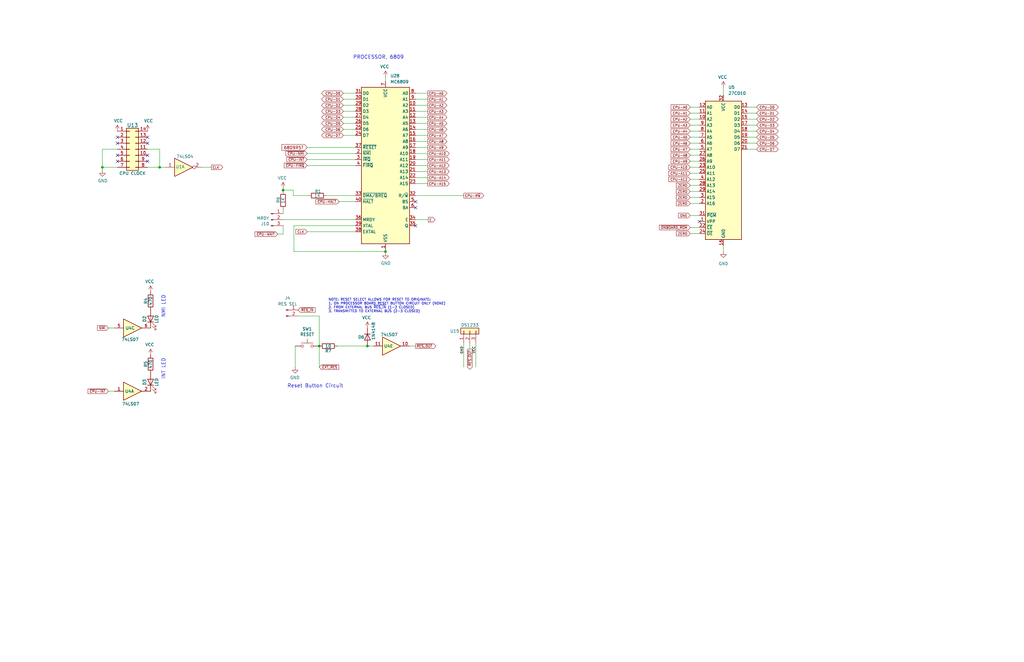
<source format=kicad_sch>
(kicad_sch (version 20211123) (generator eeschema)

  (uuid 4045b74c-7db6-4dd7-b540-c22208f5f53c)

  (paper "USLedger")

  (title_block
    (title "Duodyne 6809 CPU board")
    (date "2024-01-14")
    (rev "V1.01")
  )

  (lib_symbols
    (symbol "74xx:74LS04" (in_bom yes) (on_board yes)
      (property "Reference" "U" (id 0) (at 0 1.27 0)
        (effects (font (size 1.27 1.27)))
      )
      (property "Value" "74LS04" (id 1) (at 0 -1.27 0)
        (effects (font (size 1.27 1.27)))
      )
      (property "Footprint" "" (id 2) (at 0 0 0)
        (effects (font (size 1.27 1.27)) hide)
      )
      (property "Datasheet" "http://www.ti.com/lit/gpn/sn74LS04" (id 3) (at 0 0 0)
        (effects (font (size 1.27 1.27)) hide)
      )
      (property "ki_locked" "" (id 4) (at 0 0 0)
        (effects (font (size 1.27 1.27)))
      )
      (property "ki_keywords" "TTL not inv" (id 5) (at 0 0 0)
        (effects (font (size 1.27 1.27)) hide)
      )
      (property "ki_description" "Hex Inverter" (id 6) (at 0 0 0)
        (effects (font (size 1.27 1.27)) hide)
      )
      (property "ki_fp_filters" "DIP*W7.62mm* SSOP?14* TSSOP?14*" (id 7) (at 0 0 0)
        (effects (font (size 1.27 1.27)) hide)
      )
      (symbol "74LS04_1_0"
        (polyline
          (pts
            (xy -3.81 3.81)
            (xy -3.81 -3.81)
            (xy 3.81 0)
            (xy -3.81 3.81)
          )
          (stroke (width 0.254) (type default) (color 0 0 0 0))
          (fill (type background))
        )
        (pin input line (at -7.62 0 0) (length 3.81)
          (name "~" (effects (font (size 1.27 1.27))))
          (number "1" (effects (font (size 1.27 1.27))))
        )
        (pin output inverted (at 7.62 0 180) (length 3.81)
          (name "~" (effects (font (size 1.27 1.27))))
          (number "2" (effects (font (size 1.27 1.27))))
        )
      )
      (symbol "74LS04_2_0"
        (polyline
          (pts
            (xy -3.81 3.81)
            (xy -3.81 -3.81)
            (xy 3.81 0)
            (xy -3.81 3.81)
          )
          (stroke (width 0.254) (type default) (color 0 0 0 0))
          (fill (type background))
        )
        (pin input line (at -7.62 0 0) (length 3.81)
          (name "~" (effects (font (size 1.27 1.27))))
          (number "3" (effects (font (size 1.27 1.27))))
        )
        (pin output inverted (at 7.62 0 180) (length 3.81)
          (name "~" (effects (font (size 1.27 1.27))))
          (number "4" (effects (font (size 1.27 1.27))))
        )
      )
      (symbol "74LS04_3_0"
        (polyline
          (pts
            (xy -3.81 3.81)
            (xy -3.81 -3.81)
            (xy 3.81 0)
            (xy -3.81 3.81)
          )
          (stroke (width 0.254) (type default) (color 0 0 0 0))
          (fill (type background))
        )
        (pin input line (at -7.62 0 0) (length 3.81)
          (name "~" (effects (font (size 1.27 1.27))))
          (number "5" (effects (font (size 1.27 1.27))))
        )
        (pin output inverted (at 7.62 0 180) (length 3.81)
          (name "~" (effects (font (size 1.27 1.27))))
          (number "6" (effects (font (size 1.27 1.27))))
        )
      )
      (symbol "74LS04_4_0"
        (polyline
          (pts
            (xy -3.81 3.81)
            (xy -3.81 -3.81)
            (xy 3.81 0)
            (xy -3.81 3.81)
          )
          (stroke (width 0.254) (type default) (color 0 0 0 0))
          (fill (type background))
        )
        (pin output inverted (at 7.62 0 180) (length 3.81)
          (name "~" (effects (font (size 1.27 1.27))))
          (number "8" (effects (font (size 1.27 1.27))))
        )
        (pin input line (at -7.62 0 0) (length 3.81)
          (name "~" (effects (font (size 1.27 1.27))))
          (number "9" (effects (font (size 1.27 1.27))))
        )
      )
      (symbol "74LS04_5_0"
        (polyline
          (pts
            (xy -3.81 3.81)
            (xy -3.81 -3.81)
            (xy 3.81 0)
            (xy -3.81 3.81)
          )
          (stroke (width 0.254) (type default) (color 0 0 0 0))
          (fill (type background))
        )
        (pin output inverted (at 7.62 0 180) (length 3.81)
          (name "~" (effects (font (size 1.27 1.27))))
          (number "10" (effects (font (size 1.27 1.27))))
        )
        (pin input line (at -7.62 0 0) (length 3.81)
          (name "~" (effects (font (size 1.27 1.27))))
          (number "11" (effects (font (size 1.27 1.27))))
        )
      )
      (symbol "74LS04_6_0"
        (polyline
          (pts
            (xy -3.81 3.81)
            (xy -3.81 -3.81)
            (xy 3.81 0)
            (xy -3.81 3.81)
          )
          (stroke (width 0.254) (type default) (color 0 0 0 0))
          (fill (type background))
        )
        (pin output inverted (at 7.62 0 180) (length 3.81)
          (name "~" (effects (font (size 1.27 1.27))))
          (number "12" (effects (font (size 1.27 1.27))))
        )
        (pin input line (at -7.62 0 0) (length 3.81)
          (name "~" (effects (font (size 1.27 1.27))))
          (number "13" (effects (font (size 1.27 1.27))))
        )
      )
      (symbol "74LS04_7_0"
        (pin power_in line (at 0 12.7 270) (length 5.08)
          (name "VCC" (effects (font (size 1.27 1.27))))
          (number "14" (effects (font (size 1.27 1.27))))
        )
        (pin power_in line (at 0 -12.7 90) (length 5.08)
          (name "GND" (effects (font (size 1.27 1.27))))
          (number "7" (effects (font (size 1.27 1.27))))
        )
      )
      (symbol "74LS04_7_1"
        (rectangle (start -5.08 7.62) (end 5.08 -7.62)
          (stroke (width 0.254) (type default) (color 0 0 0 0))
          (fill (type background))
        )
      )
    )
    (symbol "74xx:74LS07" (pin_names (offset 1.016)) (in_bom yes) (on_board yes)
      (property "Reference" "U" (id 0) (at 0 1.27 0)
        (effects (font (size 1.27 1.27)))
      )
      (property "Value" "74LS07" (id 1) (at 0 -1.27 0)
        (effects (font (size 1.27 1.27)))
      )
      (property "Footprint" "" (id 2) (at 0 0 0)
        (effects (font (size 1.27 1.27)) hide)
      )
      (property "Datasheet" "www.ti.com/lit/ds/symlink/sn74ls07.pdf" (id 3) (at 0 0 0)
        (effects (font (size 1.27 1.27)) hide)
      )
      (property "ki_locked" "" (id 4) (at 0 0 0)
        (effects (font (size 1.27 1.27)))
      )
      (property "ki_keywords" "TTL hex buffer OpenCol" (id 5) (at 0 0 0)
        (effects (font (size 1.27 1.27)) hide)
      )
      (property "ki_description" "Hex Buffers and Drivers With Open Collector High Voltage Outputs" (id 6) (at 0 0 0)
        (effects (font (size 1.27 1.27)) hide)
      )
      (property "ki_fp_filters" "SOIC*3.9x8.7mm*P1.27mm* TSSOP*4.4x5mm*P0.65mm* DIP*W7.62mm*" (id 7) (at 0 0 0)
        (effects (font (size 1.27 1.27)) hide)
      )
      (symbol "74LS07_1_0"
        (polyline
          (pts
            (xy -3.81 3.81)
            (xy -3.81 -3.81)
            (xy 3.81 0)
            (xy -3.81 3.81)
          )
          (stroke (width 0.254) (type default) (color 0 0 0 0))
          (fill (type background))
        )
        (pin input line (at -7.62 0 0) (length 3.81)
          (name "~" (effects (font (size 1.27 1.27))))
          (number "1" (effects (font (size 1.27 1.27))))
        )
        (pin open_collector line (at 7.62 0 180) (length 3.81)
          (name "~" (effects (font (size 1.27 1.27))))
          (number "2" (effects (font (size 1.27 1.27))))
        )
      )
      (symbol "74LS07_2_0"
        (polyline
          (pts
            (xy -3.81 3.81)
            (xy -3.81 -3.81)
            (xy 3.81 0)
            (xy -3.81 3.81)
          )
          (stroke (width 0.254) (type default) (color 0 0 0 0))
          (fill (type background))
        )
        (pin input line (at -7.62 0 0) (length 3.81)
          (name "~" (effects (font (size 1.27 1.27))))
          (number "3" (effects (font (size 1.27 1.27))))
        )
        (pin open_collector line (at 7.62 0 180) (length 3.81)
          (name "~" (effects (font (size 1.27 1.27))))
          (number "4" (effects (font (size 1.27 1.27))))
        )
      )
      (symbol "74LS07_3_0"
        (polyline
          (pts
            (xy -3.81 3.81)
            (xy -3.81 -3.81)
            (xy 3.81 0)
            (xy -3.81 3.81)
          )
          (stroke (width 0.254) (type default) (color 0 0 0 0))
          (fill (type background))
        )
        (pin input line (at -7.62 0 0) (length 3.81)
          (name "~" (effects (font (size 1.27 1.27))))
          (number "5" (effects (font (size 1.27 1.27))))
        )
        (pin open_collector line (at 7.62 0 180) (length 3.81)
          (name "~" (effects (font (size 1.27 1.27))))
          (number "6" (effects (font (size 1.27 1.27))))
        )
      )
      (symbol "74LS07_4_0"
        (polyline
          (pts
            (xy -3.81 3.81)
            (xy -3.81 -3.81)
            (xy 3.81 0)
            (xy -3.81 3.81)
          )
          (stroke (width 0.254) (type default) (color 0 0 0 0))
          (fill (type background))
        )
        (pin open_collector line (at 7.62 0 180) (length 3.81)
          (name "~" (effects (font (size 1.27 1.27))))
          (number "8" (effects (font (size 1.27 1.27))))
        )
        (pin input line (at -7.62 0 0) (length 3.81)
          (name "~" (effects (font (size 1.27 1.27))))
          (number "9" (effects (font (size 1.27 1.27))))
        )
      )
      (symbol "74LS07_5_0"
        (polyline
          (pts
            (xy -3.81 3.81)
            (xy -3.81 -3.81)
            (xy 3.81 0)
            (xy -3.81 3.81)
          )
          (stroke (width 0.254) (type default) (color 0 0 0 0))
          (fill (type background))
        )
        (pin open_collector line (at 7.62 0 180) (length 3.81)
          (name "~" (effects (font (size 1.27 1.27))))
          (number "10" (effects (font (size 1.27 1.27))))
        )
        (pin input line (at -7.62 0 0) (length 3.81)
          (name "~" (effects (font (size 1.27 1.27))))
          (number "11" (effects (font (size 1.27 1.27))))
        )
      )
      (symbol "74LS07_6_0"
        (polyline
          (pts
            (xy -3.81 3.81)
            (xy -3.81 -3.81)
            (xy 3.81 0)
            (xy -3.81 3.81)
          )
          (stroke (width 0.254) (type default) (color 0 0 0 0))
          (fill (type background))
        )
        (pin open_collector line (at 7.62 0 180) (length 3.81)
          (name "~" (effects (font (size 1.27 1.27))))
          (number "12" (effects (font (size 1.27 1.27))))
        )
        (pin input line (at -7.62 0 0) (length 3.81)
          (name "~" (effects (font (size 1.27 1.27))))
          (number "13" (effects (font (size 1.27 1.27))))
        )
      )
      (symbol "74LS07_7_0"
        (pin power_in line (at 0 12.7 270) (length 5.08)
          (name "VCC" (effects (font (size 1.27 1.27))))
          (number "14" (effects (font (size 1.27 1.27))))
        )
        (pin power_in line (at 0 -12.7 90) (length 5.08)
          (name "GND" (effects (font (size 1.27 1.27))))
          (number "7" (effects (font (size 1.27 1.27))))
        )
      )
      (symbol "74LS07_7_1"
        (rectangle (start -5.08 7.62) (end 5.08 -7.62)
          (stroke (width 0.254) (type default) (color 0 0 0 0))
          (fill (type background))
        )
      )
    )
    (symbol "CPU_NXP_6800:MC6809" (in_bom yes) (on_board yes)
      (property "Reference" "U" (id 0) (at -7.62 34.29 0)
        (effects (font (size 1.27 1.27)) (justify right))
      )
      (property "Value" "MC6809" (id 1) (at 10.16 34.29 0)
        (effects (font (size 1.27 1.27)) (justify right))
      )
      (property "Footprint" "Package_DIP:DIP-40_W15.24mm" (id 2) (at 0 -38.1 0)
        (effects (font (size 1.27 1.27)) hide)
      )
      (property "Datasheet" "http://pdf.datasheetcatalog.com/datasheet/motorola/MC68B09S.pdf" (id 3) (at 0 0 0)
        (effects (font (size 1.27 1.27)) hide)
      )
      (property "ki_keywords" "MCU" (id 4) (at 0 0 0)
        (effects (font (size 1.27 1.27)) hide)
      )
      (property "ki_description" "8-Bit Microprocessing unit 1.0MHz, DIP-40" (id 5) (at 0 0 0)
        (effects (font (size 1.27 1.27)) hide)
      )
      (property "ki_fp_filters" "DIP*W15.24mm*" (id 6) (at 0 0 0)
        (effects (font (size 1.27 1.27)) hide)
      )
      (symbol "MC6809_0_1"
        (rectangle (start -10.16 -33.02) (end 10.16 33.02)
          (stroke (width 0.254) (type default) (color 0 0 0 0))
          (fill (type background))
        )
      )
      (symbol "MC6809_1_1"
        (pin power_in line (at 0 -35.56 90) (length 2.54)
          (name "VSS" (effects (font (size 1.27 1.27))))
          (number "1" (effects (font (size 1.27 1.27))))
        )
        (pin output line (at 12.7 25.4 180) (length 2.54)
          (name "A2" (effects (font (size 1.27 1.27))))
          (number "10" (effects (font (size 1.27 1.27))))
        )
        (pin output line (at 12.7 22.86 180) (length 2.54)
          (name "A3" (effects (font (size 1.27 1.27))))
          (number "11" (effects (font (size 1.27 1.27))))
        )
        (pin output line (at 12.7 20.32 180) (length 2.54)
          (name "A4" (effects (font (size 1.27 1.27))))
          (number "12" (effects (font (size 1.27 1.27))))
        )
        (pin output line (at 12.7 17.78 180) (length 2.54)
          (name "A5" (effects (font (size 1.27 1.27))))
          (number "13" (effects (font (size 1.27 1.27))))
        )
        (pin output line (at 12.7 15.24 180) (length 2.54)
          (name "A6" (effects (font (size 1.27 1.27))))
          (number "14" (effects (font (size 1.27 1.27))))
        )
        (pin output line (at 12.7 12.7 180) (length 2.54)
          (name "A7" (effects (font (size 1.27 1.27))))
          (number "15" (effects (font (size 1.27 1.27))))
        )
        (pin output line (at 12.7 10.16 180) (length 2.54)
          (name "A8" (effects (font (size 1.27 1.27))))
          (number "16" (effects (font (size 1.27 1.27))))
        )
        (pin output line (at 12.7 7.62 180) (length 2.54)
          (name "A9" (effects (font (size 1.27 1.27))))
          (number "17" (effects (font (size 1.27 1.27))))
        )
        (pin output line (at 12.7 5.08 180) (length 2.54)
          (name "A10" (effects (font (size 1.27 1.27))))
          (number "18" (effects (font (size 1.27 1.27))))
        )
        (pin output line (at 12.7 2.54 180) (length 2.54)
          (name "A11" (effects (font (size 1.27 1.27))))
          (number "19" (effects (font (size 1.27 1.27))))
        )
        (pin input line (at -12.7 5.08 0) (length 2.54)
          (name "~{NMI}" (effects (font (size 1.27 1.27))))
          (number "2" (effects (font (size 1.27 1.27))))
        )
        (pin output line (at 12.7 0 180) (length 2.54)
          (name "A12" (effects (font (size 1.27 1.27))))
          (number "20" (effects (font (size 1.27 1.27))))
        )
        (pin output line (at 12.7 -2.54 180) (length 2.54)
          (name "A13" (effects (font (size 1.27 1.27))))
          (number "21" (effects (font (size 1.27 1.27))))
        )
        (pin output line (at 12.7 -5.08 180) (length 2.54)
          (name "A14" (effects (font (size 1.27 1.27))))
          (number "22" (effects (font (size 1.27 1.27))))
        )
        (pin output line (at 12.7 -7.62 180) (length 2.54)
          (name "A15" (effects (font (size 1.27 1.27))))
          (number "23" (effects (font (size 1.27 1.27))))
        )
        (pin bidirectional line (at -12.7 12.7 0) (length 2.54)
          (name "D7" (effects (font (size 1.27 1.27))))
          (number "24" (effects (font (size 1.27 1.27))))
        )
        (pin bidirectional line (at -12.7 15.24 0) (length 2.54)
          (name "D6" (effects (font (size 1.27 1.27))))
          (number "25" (effects (font (size 1.27 1.27))))
        )
        (pin bidirectional line (at -12.7 17.78 0) (length 2.54)
          (name "D5" (effects (font (size 1.27 1.27))))
          (number "26" (effects (font (size 1.27 1.27))))
        )
        (pin bidirectional line (at -12.7 20.32 0) (length 2.54)
          (name "D4" (effects (font (size 1.27 1.27))))
          (number "27" (effects (font (size 1.27 1.27))))
        )
        (pin bidirectional line (at -12.7 22.86 0) (length 2.54)
          (name "D3" (effects (font (size 1.27 1.27))))
          (number "28" (effects (font (size 1.27 1.27))))
        )
        (pin bidirectional line (at -12.7 25.4 0) (length 2.54)
          (name "D2" (effects (font (size 1.27 1.27))))
          (number "29" (effects (font (size 1.27 1.27))))
        )
        (pin input line (at -12.7 2.54 0) (length 2.54)
          (name "~{IRQ}" (effects (font (size 1.27 1.27))))
          (number "3" (effects (font (size 1.27 1.27))))
        )
        (pin bidirectional line (at -12.7 27.94 0) (length 2.54)
          (name "D1" (effects (font (size 1.27 1.27))))
          (number "30" (effects (font (size 1.27 1.27))))
        )
        (pin bidirectional line (at -12.7 30.48 0) (length 2.54)
          (name "D0" (effects (font (size 1.27 1.27))))
          (number "31" (effects (font (size 1.27 1.27))))
        )
        (pin output line (at 12.7 -12.7 180) (length 2.54)
          (name "R/~{W}" (effects (font (size 1.27 1.27))))
          (number "32" (effects (font (size 1.27 1.27))))
        )
        (pin input line (at -12.7 -12.7 0) (length 2.54)
          (name "~{DMA/BREQ}" (effects (font (size 1.27 1.27))))
          (number "33" (effects (font (size 1.27 1.27))))
        )
        (pin output line (at 12.7 -22.86 180) (length 2.54)
          (name "E" (effects (font (size 1.27 1.27))))
          (number "34" (effects (font (size 1.27 1.27))))
        )
        (pin output line (at 12.7 -25.4 180) (length 2.54)
          (name "Q" (effects (font (size 1.27 1.27))))
          (number "35" (effects (font (size 1.27 1.27))))
        )
        (pin input line (at -12.7 -22.86 0) (length 2.54)
          (name "MRDY" (effects (font (size 1.27 1.27))))
          (number "36" (effects (font (size 1.27 1.27))))
        )
        (pin input line (at -12.7 7.62 0) (length 2.54)
          (name "~{RESET}" (effects (font (size 1.27 1.27))))
          (number "37" (effects (font (size 1.27 1.27))))
        )
        (pin input line (at -12.7 -27.94 0) (length 2.54)
          (name "EXTAL" (effects (font (size 1.27 1.27))))
          (number "38" (effects (font (size 1.27 1.27))))
        )
        (pin input line (at -12.7 -25.4 0) (length 2.54)
          (name "XTAL" (effects (font (size 1.27 1.27))))
          (number "39" (effects (font (size 1.27 1.27))))
        )
        (pin input line (at -12.7 0 0) (length 2.54)
          (name "~{FIRQ}" (effects (font (size 1.27 1.27))))
          (number "4" (effects (font (size 1.27 1.27))))
        )
        (pin input line (at -12.7 -15.24 0) (length 2.54)
          (name "~{HALT}" (effects (font (size 1.27 1.27))))
          (number "40" (effects (font (size 1.27 1.27))))
        )
        (pin output line (at 12.7 -15.24 180) (length 2.54)
          (name "BS" (effects (font (size 1.27 1.27))))
          (number "5" (effects (font (size 1.27 1.27))))
        )
        (pin output line (at 12.7 -17.78 180) (length 2.54)
          (name "BA" (effects (font (size 1.27 1.27))))
          (number "6" (effects (font (size 1.27 1.27))))
        )
        (pin power_in line (at 0 35.56 270) (length 2.54)
          (name "VCC" (effects (font (size 1.27 1.27))))
          (number "7" (effects (font (size 1.27 1.27))))
        )
        (pin output line (at 12.7 30.48 180) (length 2.54)
          (name "A0" (effects (font (size 1.27 1.27))))
          (number "8" (effects (font (size 1.27 1.27))))
        )
        (pin output line (at 12.7 27.94 180) (length 2.54)
          (name "A1" (effects (font (size 1.27 1.27))))
          (number "9" (effects (font (size 1.27 1.27))))
        )
      )
    )
    (symbol "Connector:Conn_01x02_Male" (pin_names (offset 1.016) hide) (in_bom yes) (on_board yes)
      (property "Reference" "J" (id 0) (at 0 2.54 0)
        (effects (font (size 1.27 1.27)))
      )
      (property "Value" "Conn_01x02_Male" (id 1) (at 0 -5.08 0)
        (effects (font (size 1.27 1.27)))
      )
      (property "Footprint" "" (id 2) (at 0 0 0)
        (effects (font (size 1.27 1.27)) hide)
      )
      (property "Datasheet" "~" (id 3) (at 0 0 0)
        (effects (font (size 1.27 1.27)) hide)
      )
      (property "ki_keywords" "connector" (id 4) (at 0 0 0)
        (effects (font (size 1.27 1.27)) hide)
      )
      (property "ki_description" "Generic connector, single row, 01x02, script generated (kicad-library-utils/schlib/autogen/connector/)" (id 5) (at 0 0 0)
        (effects (font (size 1.27 1.27)) hide)
      )
      (property "ki_fp_filters" "Connector*:*_1x??_*" (id 6) (at 0 0 0)
        (effects (font (size 1.27 1.27)) hide)
      )
      (symbol "Conn_01x02_Male_1_1"
        (polyline
          (pts
            (xy 1.27 -2.54)
            (xy 0.8636 -2.54)
          )
          (stroke (width 0.1524) (type default) (color 0 0 0 0))
          (fill (type none))
        )
        (polyline
          (pts
            (xy 1.27 0)
            (xy 0.8636 0)
          )
          (stroke (width 0.1524) (type default) (color 0 0 0 0))
          (fill (type none))
        )
        (rectangle (start 0.8636 -2.413) (end 0 -2.667)
          (stroke (width 0.1524) (type default) (color 0 0 0 0))
          (fill (type outline))
        )
        (rectangle (start 0.8636 0.127) (end 0 -0.127)
          (stroke (width 0.1524) (type default) (color 0 0 0 0))
          (fill (type outline))
        )
        (pin passive line (at 5.08 0 180) (length 3.81)
          (name "Pin_1" (effects (font (size 1.27 1.27))))
          (number "1" (effects (font (size 1.27 1.27))))
        )
        (pin passive line (at 5.08 -2.54 180) (length 3.81)
          (name "Pin_2" (effects (font (size 1.27 1.27))))
          (number "2" (effects (font (size 1.27 1.27))))
        )
      )
    )
    (symbol "Connector:Conn_01x03_Male" (pin_names (offset 1.016) hide) (in_bom yes) (on_board yes)
      (property "Reference" "J" (id 0) (at 0 5.08 0)
        (effects (font (size 1.27 1.27)))
      )
      (property "Value" "Conn_01x03_Male" (id 1) (at 0 -5.08 0)
        (effects (font (size 1.27 1.27)))
      )
      (property "Footprint" "" (id 2) (at 0 0 0)
        (effects (font (size 1.27 1.27)) hide)
      )
      (property "Datasheet" "~" (id 3) (at 0 0 0)
        (effects (font (size 1.27 1.27)) hide)
      )
      (property "ki_keywords" "connector" (id 4) (at 0 0 0)
        (effects (font (size 1.27 1.27)) hide)
      )
      (property "ki_description" "Generic connector, single row, 01x03, script generated (kicad-library-utils/schlib/autogen/connector/)" (id 5) (at 0 0 0)
        (effects (font (size 1.27 1.27)) hide)
      )
      (property "ki_fp_filters" "Connector*:*_1x??_*" (id 6) (at 0 0 0)
        (effects (font (size 1.27 1.27)) hide)
      )
      (symbol "Conn_01x03_Male_1_1"
        (polyline
          (pts
            (xy 1.27 -2.54)
            (xy 0.8636 -2.54)
          )
          (stroke (width 0.1524) (type default) (color 0 0 0 0))
          (fill (type none))
        )
        (polyline
          (pts
            (xy 1.27 0)
            (xy 0.8636 0)
          )
          (stroke (width 0.1524) (type default) (color 0 0 0 0))
          (fill (type none))
        )
        (polyline
          (pts
            (xy 1.27 2.54)
            (xy 0.8636 2.54)
          )
          (stroke (width 0.1524) (type default) (color 0 0 0 0))
          (fill (type none))
        )
        (rectangle (start 0.8636 -2.413) (end 0 -2.667)
          (stroke (width 0.1524) (type default) (color 0 0 0 0))
          (fill (type outline))
        )
        (rectangle (start 0.8636 0.127) (end 0 -0.127)
          (stroke (width 0.1524) (type default) (color 0 0 0 0))
          (fill (type outline))
        )
        (rectangle (start 0.8636 2.667) (end 0 2.413)
          (stroke (width 0.1524) (type default) (color 0 0 0 0))
          (fill (type outline))
        )
        (pin passive line (at 5.08 2.54 180) (length 3.81)
          (name "Pin_1" (effects (font (size 1.27 1.27))))
          (number "1" (effects (font (size 1.27 1.27))))
        )
        (pin passive line (at 5.08 0 180) (length 3.81)
          (name "Pin_2" (effects (font (size 1.27 1.27))))
          (number "2" (effects (font (size 1.27 1.27))))
        )
        (pin passive line (at 5.08 -2.54 180) (length 3.81)
          (name "Pin_3" (effects (font (size 1.27 1.27))))
          (number "3" (effects (font (size 1.27 1.27))))
        )
      )
    )
    (symbol "Connector_Generic:Conn_01x03" (pin_names (offset 1.016) hide) (in_bom yes) (on_board yes)
      (property "Reference" "J" (id 0) (at 0 5.08 0)
        (effects (font (size 1.27 1.27)))
      )
      (property "Value" "Conn_01x03" (id 1) (at 0 -5.08 0)
        (effects (font (size 1.27 1.27)))
      )
      (property "Footprint" "" (id 2) (at 0 0 0)
        (effects (font (size 1.27 1.27)) hide)
      )
      (property "Datasheet" "~" (id 3) (at 0 0 0)
        (effects (font (size 1.27 1.27)) hide)
      )
      (property "ki_keywords" "connector" (id 4) (at 0 0 0)
        (effects (font (size 1.27 1.27)) hide)
      )
      (property "ki_description" "Generic connector, single row, 01x03, script generated (kicad-library-utils/schlib/autogen/connector/)" (id 5) (at 0 0 0)
        (effects (font (size 1.27 1.27)) hide)
      )
      (property "ki_fp_filters" "Connector*:*_1x??_*" (id 6) (at 0 0 0)
        (effects (font (size 1.27 1.27)) hide)
      )
      (symbol "Conn_01x03_1_1"
        (rectangle (start -1.27 -2.413) (end 0 -2.667)
          (stroke (width 0.1524) (type default) (color 0 0 0 0))
          (fill (type none))
        )
        (rectangle (start -1.27 0.127) (end 0 -0.127)
          (stroke (width 0.1524) (type default) (color 0 0 0 0))
          (fill (type none))
        )
        (rectangle (start -1.27 2.667) (end 0 2.413)
          (stroke (width 0.1524) (type default) (color 0 0 0 0))
          (fill (type none))
        )
        (rectangle (start -1.27 3.81) (end 1.27 -3.81)
          (stroke (width 0.254) (type default) (color 0 0 0 0))
          (fill (type background))
        )
        (pin passive line (at -5.08 2.54 0) (length 3.81)
          (name "Pin_1" (effects (font (size 1.27 1.27))))
          (number "1" (effects (font (size 1.27 1.27))))
        )
        (pin passive line (at -5.08 0 0) (length 3.81)
          (name "Pin_2" (effects (font (size 1.27 1.27))))
          (number "2" (effects (font (size 1.27 1.27))))
        )
        (pin passive line (at -5.08 -2.54 0) (length 3.81)
          (name "Pin_3" (effects (font (size 1.27 1.27))))
          (number "3" (effects (font (size 1.27 1.27))))
        )
      )
    )
    (symbol "Connector_Generic:Conn_02x07_Counter_Clockwise" (pin_names (offset 1.016) hide) (in_bom yes) (on_board yes)
      (property "Reference" "J" (id 0) (at 1.27 10.16 0)
        (effects (font (size 1.27 1.27)))
      )
      (property "Value" "Conn_02x07_Counter_Clockwise" (id 1) (at 1.27 -10.16 0)
        (effects (font (size 1.27 1.27)))
      )
      (property "Footprint" "" (id 2) (at 0 0 0)
        (effects (font (size 1.27 1.27)) hide)
      )
      (property "Datasheet" "~" (id 3) (at 0 0 0)
        (effects (font (size 1.27 1.27)) hide)
      )
      (property "ki_keywords" "connector" (id 4) (at 0 0 0)
        (effects (font (size 1.27 1.27)) hide)
      )
      (property "ki_description" "Generic connector, double row, 02x07, counter clockwise pin numbering scheme (similar to DIP package numbering), script generated (kicad-library-utils/schlib/autogen/connector/)" (id 5) (at 0 0 0)
        (effects (font (size 1.27 1.27)) hide)
      )
      (property "ki_fp_filters" "Connector*:*_2x??_*" (id 6) (at 0 0 0)
        (effects (font (size 1.27 1.27)) hide)
      )
      (symbol "Conn_02x07_Counter_Clockwise_1_1"
        (rectangle (start -1.27 -7.493) (end 0 -7.747)
          (stroke (width 0.1524) (type default) (color 0 0 0 0))
          (fill (type none))
        )
        (rectangle (start -1.27 -4.953) (end 0 -5.207)
          (stroke (width 0.1524) (type default) (color 0 0 0 0))
          (fill (type none))
        )
        (rectangle (start -1.27 -2.413) (end 0 -2.667)
          (stroke (width 0.1524) (type default) (color 0 0 0 0))
          (fill (type none))
        )
        (rectangle (start -1.27 0.127) (end 0 -0.127)
          (stroke (width 0.1524) (type default) (color 0 0 0 0))
          (fill (type none))
        )
        (rectangle (start -1.27 2.667) (end 0 2.413)
          (stroke (width 0.1524) (type default) (color 0 0 0 0))
          (fill (type none))
        )
        (rectangle (start -1.27 5.207) (end 0 4.953)
          (stroke (width 0.1524) (type default) (color 0 0 0 0))
          (fill (type none))
        )
        (rectangle (start -1.27 7.747) (end 0 7.493)
          (stroke (width 0.1524) (type default) (color 0 0 0 0))
          (fill (type none))
        )
        (rectangle (start -1.27 8.89) (end 3.81 -8.89)
          (stroke (width 0.254) (type default) (color 0 0 0 0))
          (fill (type background))
        )
        (rectangle (start 3.81 -7.493) (end 2.54 -7.747)
          (stroke (width 0.1524) (type default) (color 0 0 0 0))
          (fill (type none))
        )
        (rectangle (start 3.81 -4.953) (end 2.54 -5.207)
          (stroke (width 0.1524) (type default) (color 0 0 0 0))
          (fill (type none))
        )
        (rectangle (start 3.81 -2.413) (end 2.54 -2.667)
          (stroke (width 0.1524) (type default) (color 0 0 0 0))
          (fill (type none))
        )
        (rectangle (start 3.81 0.127) (end 2.54 -0.127)
          (stroke (width 0.1524) (type default) (color 0 0 0 0))
          (fill (type none))
        )
        (rectangle (start 3.81 2.667) (end 2.54 2.413)
          (stroke (width 0.1524) (type default) (color 0 0 0 0))
          (fill (type none))
        )
        (rectangle (start 3.81 5.207) (end 2.54 4.953)
          (stroke (width 0.1524) (type default) (color 0 0 0 0))
          (fill (type none))
        )
        (rectangle (start 3.81 7.747) (end 2.54 7.493)
          (stroke (width 0.1524) (type default) (color 0 0 0 0))
          (fill (type none))
        )
        (pin passive line (at -5.08 7.62 0) (length 3.81)
          (name "Pin_1" (effects (font (size 1.27 1.27))))
          (number "1" (effects (font (size 1.27 1.27))))
        )
        (pin passive line (at 7.62 -2.54 180) (length 3.81)
          (name "Pin_10" (effects (font (size 1.27 1.27))))
          (number "10" (effects (font (size 1.27 1.27))))
        )
        (pin passive line (at 7.62 0 180) (length 3.81)
          (name "Pin_11" (effects (font (size 1.27 1.27))))
          (number "11" (effects (font (size 1.27 1.27))))
        )
        (pin passive line (at 7.62 2.54 180) (length 3.81)
          (name "Pin_12" (effects (font (size 1.27 1.27))))
          (number "12" (effects (font (size 1.27 1.27))))
        )
        (pin passive line (at 7.62 5.08 180) (length 3.81)
          (name "Pin_13" (effects (font (size 1.27 1.27))))
          (number "13" (effects (font (size 1.27 1.27))))
        )
        (pin passive line (at 7.62 7.62 180) (length 3.81)
          (name "Pin_14" (effects (font (size 1.27 1.27))))
          (number "14" (effects (font (size 1.27 1.27))))
        )
        (pin passive line (at -5.08 5.08 0) (length 3.81)
          (name "Pin_2" (effects (font (size 1.27 1.27))))
          (number "2" (effects (font (size 1.27 1.27))))
        )
        (pin passive line (at -5.08 2.54 0) (length 3.81)
          (name "Pin_3" (effects (font (size 1.27 1.27))))
          (number "3" (effects (font (size 1.27 1.27))))
        )
        (pin passive line (at -5.08 0 0) (length 3.81)
          (name "Pin_4" (effects (font (size 1.27 1.27))))
          (number "4" (effects (font (size 1.27 1.27))))
        )
        (pin passive line (at -5.08 -2.54 0) (length 3.81)
          (name "Pin_5" (effects (font (size 1.27 1.27))))
          (number "5" (effects (font (size 1.27 1.27))))
        )
        (pin passive line (at -5.08 -5.08 0) (length 3.81)
          (name "Pin_6" (effects (font (size 1.27 1.27))))
          (number "6" (effects (font (size 1.27 1.27))))
        )
        (pin passive line (at -5.08 -7.62 0) (length 3.81)
          (name "Pin_7" (effects (font (size 1.27 1.27))))
          (number "7" (effects (font (size 1.27 1.27))))
        )
        (pin passive line (at 7.62 -7.62 180) (length 3.81)
          (name "Pin_8" (effects (font (size 1.27 1.27))))
          (number "8" (effects (font (size 1.27 1.27))))
        )
        (pin passive line (at 7.62 -5.08 180) (length 3.81)
          (name "Pin_9" (effects (font (size 1.27 1.27))))
          (number "9" (effects (font (size 1.27 1.27))))
        )
      )
    )
    (symbol "Device:LED" (pin_numbers hide) (pin_names (offset 1.016) hide) (in_bom yes) (on_board yes)
      (property "Reference" "D" (id 0) (at 0 2.54 0)
        (effects (font (size 1.27 1.27)))
      )
      (property "Value" "LED" (id 1) (at 0 -2.54 0)
        (effects (font (size 1.27 1.27)))
      )
      (property "Footprint" "" (id 2) (at 0 0 0)
        (effects (font (size 1.27 1.27)) hide)
      )
      (property "Datasheet" "~" (id 3) (at 0 0 0)
        (effects (font (size 1.27 1.27)) hide)
      )
      (property "ki_keywords" "LED diode" (id 4) (at 0 0 0)
        (effects (font (size 1.27 1.27)) hide)
      )
      (property "ki_description" "Light emitting diode" (id 5) (at 0 0 0)
        (effects (font (size 1.27 1.27)) hide)
      )
      (property "ki_fp_filters" "LED* LED_SMD:* LED_THT:*" (id 6) (at 0 0 0)
        (effects (font (size 1.27 1.27)) hide)
      )
      (symbol "LED_0_1"
        (polyline
          (pts
            (xy -1.27 -1.27)
            (xy -1.27 1.27)
          )
          (stroke (width 0.254) (type default) (color 0 0 0 0))
          (fill (type none))
        )
        (polyline
          (pts
            (xy -1.27 0)
            (xy 1.27 0)
          )
          (stroke (width 0) (type default) (color 0 0 0 0))
          (fill (type none))
        )
        (polyline
          (pts
            (xy 1.27 -1.27)
            (xy 1.27 1.27)
            (xy -1.27 0)
            (xy 1.27 -1.27)
          )
          (stroke (width 0.254) (type default) (color 0 0 0 0))
          (fill (type none))
        )
        (polyline
          (pts
            (xy -3.048 -0.762)
            (xy -4.572 -2.286)
            (xy -3.81 -2.286)
            (xy -4.572 -2.286)
            (xy -4.572 -1.524)
          )
          (stroke (width 0) (type default) (color 0 0 0 0))
          (fill (type none))
        )
        (polyline
          (pts
            (xy -1.778 -0.762)
            (xy -3.302 -2.286)
            (xy -2.54 -2.286)
            (xy -3.302 -2.286)
            (xy -3.302 -1.524)
          )
          (stroke (width 0) (type default) (color 0 0 0 0))
          (fill (type none))
        )
      )
      (symbol "LED_1_1"
        (pin passive line (at -3.81 0 0) (length 2.54)
          (name "K" (effects (font (size 1.27 1.27))))
          (number "1" (effects (font (size 1.27 1.27))))
        )
        (pin passive line (at 3.81 0 180) (length 2.54)
          (name "A" (effects (font (size 1.27 1.27))))
          (number "2" (effects (font (size 1.27 1.27))))
        )
      )
    )
    (symbol "Device:R" (pin_numbers hide) (pin_names (offset 0)) (in_bom yes) (on_board yes)
      (property "Reference" "R" (id 0) (at 2.032 0 90)
        (effects (font (size 1.27 1.27)))
      )
      (property "Value" "R" (id 1) (at 0 0 90)
        (effects (font (size 1.27 1.27)))
      )
      (property "Footprint" "" (id 2) (at -1.778 0 90)
        (effects (font (size 1.27 1.27)) hide)
      )
      (property "Datasheet" "~" (id 3) (at 0 0 0)
        (effects (font (size 1.27 1.27)) hide)
      )
      (property "ki_keywords" "R res resistor" (id 4) (at 0 0 0)
        (effects (font (size 1.27 1.27)) hide)
      )
      (property "ki_description" "Resistor" (id 5) (at 0 0 0)
        (effects (font (size 1.27 1.27)) hide)
      )
      (property "ki_fp_filters" "R_*" (id 6) (at 0 0 0)
        (effects (font (size 1.27 1.27)) hide)
      )
      (symbol "R_0_1"
        (rectangle (start -1.016 -2.54) (end 1.016 2.54)
          (stroke (width 0.254) (type default) (color 0 0 0 0))
          (fill (type none))
        )
      )
      (symbol "R_1_1"
        (pin passive line (at 0 3.81 270) (length 1.27)
          (name "~" (effects (font (size 1.27 1.27))))
          (number "1" (effects (font (size 1.27 1.27))))
        )
        (pin passive line (at 0 -3.81 90) (length 1.27)
          (name "~" (effects (font (size 1.27 1.27))))
          (number "2" (effects (font (size 1.27 1.27))))
        )
      )
    )
    (symbol "Diode:1N4148" (pin_numbers hide) (pin_names hide) (in_bom yes) (on_board yes)
      (property "Reference" "D" (id 0) (at 0 2.54 0)
        (effects (font (size 1.27 1.27)))
      )
      (property "Value" "1N4148" (id 1) (at 0 -2.54 0)
        (effects (font (size 1.27 1.27)))
      )
      (property "Footprint" "Diode_THT:D_DO-35_SOD27_P7.62mm_Horizontal" (id 2) (at 0 0 0)
        (effects (font (size 1.27 1.27)) hide)
      )
      (property "Datasheet" "https://assets.nexperia.com/documents/data-sheet/1N4148_1N4448.pdf" (id 3) (at 0 0 0)
        (effects (font (size 1.27 1.27)) hide)
      )
      (property "ki_keywords" "diode" (id 4) (at 0 0 0)
        (effects (font (size 1.27 1.27)) hide)
      )
      (property "ki_description" "100V 0.15A standard switching diode, DO-35" (id 5) (at 0 0 0)
        (effects (font (size 1.27 1.27)) hide)
      )
      (property "ki_fp_filters" "D*DO?35*" (id 6) (at 0 0 0)
        (effects (font (size 1.27 1.27)) hide)
      )
      (symbol "1N4148_0_1"
        (polyline
          (pts
            (xy -1.27 1.27)
            (xy -1.27 -1.27)
          )
          (stroke (width 0.254) (type default) (color 0 0 0 0))
          (fill (type none))
        )
        (polyline
          (pts
            (xy 1.27 0)
            (xy -1.27 0)
          )
          (stroke (width 0) (type default) (color 0 0 0 0))
          (fill (type none))
        )
        (polyline
          (pts
            (xy 1.27 1.27)
            (xy 1.27 -1.27)
            (xy -1.27 0)
            (xy 1.27 1.27)
          )
          (stroke (width 0.254) (type default) (color 0 0 0 0))
          (fill (type none))
        )
      )
      (symbol "1N4148_1_1"
        (pin passive line (at -3.81 0 0) (length 2.54)
          (name "K" (effects (font (size 1.27 1.27))))
          (number "1" (effects (font (size 1.27 1.27))))
        )
        (pin passive line (at 3.81 0 180) (length 2.54)
          (name "A" (effects (font (size 1.27 1.27))))
          (number "2" (effects (font (size 1.27 1.27))))
        )
      )
    )
    (symbol "Memory_EPROM:27C010" (in_bom yes) (on_board yes)
      (property "Reference" "U" (id 0) (at -7.62 29.21 0)
        (effects (font (size 1.27 1.27)))
      )
      (property "Value" "27C010" (id 1) (at 2.54 -31.75 0)
        (effects (font (size 1.27 1.27)) (justify left))
      )
      (property "Footprint" "" (id 2) (at 0 0 0)
        (effects (font (size 1.27 1.27)) hide)
      )
      (property "Datasheet" "http://ww1.microchip.com/downloads/en/DeviceDoc/doc0321.pdf" (id 3) (at 0 0 0)
        (effects (font (size 1.27 1.27)) hide)
      )
      (property "ki_keywords" "OTP EPROM 1MiBit" (id 4) (at 0 0 0)
        (effects (font (size 1.27 1.27)) hide)
      )
      (property "ki_description" "OTP EPROM 1 MiBit (128 Ki x 8 Bit)" (id 5) (at 0 0 0)
        (effects (font (size 1.27 1.27)) hide)
      )
      (property "ki_fp_filters" "DIP*W15.24mm* PLCC*" (id 6) (at 0 0 0)
        (effects (font (size 1.27 1.27)) hide)
      )
      (symbol "27C010_1_1"
        (rectangle (start -7.62 27.94) (end 7.62 -30.48)
          (stroke (width 0.254) (type default) (color 0 0 0 0))
          (fill (type background))
        )
        (pin input line (at -10.16 -22.86 0) (length 2.54)
          (name "VPP" (effects (font (size 1.27 1.27))))
          (number "1" (effects (font (size 1.27 1.27))))
        )
        (pin input line (at -10.16 20.32 0) (length 2.54)
          (name "A2" (effects (font (size 1.27 1.27))))
          (number "10" (effects (font (size 1.27 1.27))))
        )
        (pin input line (at -10.16 22.86 0) (length 2.54)
          (name "A1" (effects (font (size 1.27 1.27))))
          (number "11" (effects (font (size 1.27 1.27))))
        )
        (pin input line (at -10.16 25.4 0) (length 2.54)
          (name "A0" (effects (font (size 1.27 1.27))))
          (number "12" (effects (font (size 1.27 1.27))))
        )
        (pin tri_state line (at 10.16 25.4 180) (length 2.54)
          (name "D0" (effects (font (size 1.27 1.27))))
          (number "13" (effects (font (size 1.27 1.27))))
        )
        (pin tri_state line (at 10.16 22.86 180) (length 2.54)
          (name "D1" (effects (font (size 1.27 1.27))))
          (number "14" (effects (font (size 1.27 1.27))))
        )
        (pin tri_state line (at 10.16 20.32 180) (length 2.54)
          (name "D2" (effects (font (size 1.27 1.27))))
          (number "15" (effects (font (size 1.27 1.27))))
        )
        (pin power_in line (at 0 -33.02 90) (length 2.54)
          (name "GND" (effects (font (size 1.27 1.27))))
          (number "16" (effects (font (size 1.27 1.27))))
        )
        (pin tri_state line (at 10.16 17.78 180) (length 2.54)
          (name "D3" (effects (font (size 1.27 1.27))))
          (number "17" (effects (font (size 1.27 1.27))))
        )
        (pin tri_state line (at 10.16 15.24 180) (length 2.54)
          (name "D4" (effects (font (size 1.27 1.27))))
          (number "18" (effects (font (size 1.27 1.27))))
        )
        (pin tri_state line (at 10.16 12.7 180) (length 2.54)
          (name "D5" (effects (font (size 1.27 1.27))))
          (number "19" (effects (font (size 1.27 1.27))))
        )
        (pin input line (at -10.16 -15.24 0) (length 2.54)
          (name "A16" (effects (font (size 1.27 1.27))))
          (number "2" (effects (font (size 1.27 1.27))))
        )
        (pin tri_state line (at 10.16 10.16 180) (length 2.54)
          (name "D6" (effects (font (size 1.27 1.27))))
          (number "20" (effects (font (size 1.27 1.27))))
        )
        (pin tri_state line (at 10.16 7.62 180) (length 2.54)
          (name "D7" (effects (font (size 1.27 1.27))))
          (number "21" (effects (font (size 1.27 1.27))))
        )
        (pin input line (at -10.16 -25.4 0) (length 2.54)
          (name "~{CE}" (effects (font (size 1.27 1.27))))
          (number "22" (effects (font (size 1.27 1.27))))
        )
        (pin input line (at -10.16 0 0) (length 2.54)
          (name "A10" (effects (font (size 1.27 1.27))))
          (number "23" (effects (font (size 1.27 1.27))))
        )
        (pin input line (at -10.16 -27.94 0) (length 2.54)
          (name "~{OE}" (effects (font (size 1.27 1.27))))
          (number "24" (effects (font (size 1.27 1.27))))
        )
        (pin input line (at -10.16 -2.54 0) (length 2.54)
          (name "A11" (effects (font (size 1.27 1.27))))
          (number "25" (effects (font (size 1.27 1.27))))
        )
        (pin input line (at -10.16 2.54 0) (length 2.54)
          (name "A9" (effects (font (size 1.27 1.27))))
          (number "26" (effects (font (size 1.27 1.27))))
        )
        (pin input line (at -10.16 5.08 0) (length 2.54)
          (name "A8" (effects (font (size 1.27 1.27))))
          (number "27" (effects (font (size 1.27 1.27))))
        )
        (pin input line (at -10.16 -7.62 0) (length 2.54)
          (name "A13" (effects (font (size 1.27 1.27))))
          (number "28" (effects (font (size 1.27 1.27))))
        )
        (pin input line (at -10.16 -10.16 0) (length 2.54)
          (name "A14" (effects (font (size 1.27 1.27))))
          (number "29" (effects (font (size 1.27 1.27))))
        )
        (pin input line (at -10.16 -12.7 0) (length 2.54)
          (name "A15" (effects (font (size 1.27 1.27))))
          (number "3" (effects (font (size 1.27 1.27))))
        )
        (pin input line (at -10.16 -20.32 0) (length 2.54)
          (name "~{PGM}" (effects (font (size 1.27 1.27))))
          (number "31" (effects (font (size 1.27 1.27))))
        )
        (pin power_in line (at 0 30.48 270) (length 2.54)
          (name "VCC" (effects (font (size 1.27 1.27))))
          (number "32" (effects (font (size 1.27 1.27))))
        )
        (pin input line (at -10.16 -5.08 0) (length 2.54)
          (name "A12" (effects (font (size 1.27 1.27))))
          (number "4" (effects (font (size 1.27 1.27))))
        )
        (pin input line (at -10.16 7.62 0) (length 2.54)
          (name "A7" (effects (font (size 1.27 1.27))))
          (number "5" (effects (font (size 1.27 1.27))))
        )
        (pin input line (at -10.16 10.16 0) (length 2.54)
          (name "A6" (effects (font (size 1.27 1.27))))
          (number "6" (effects (font (size 1.27 1.27))))
        )
        (pin input line (at -10.16 12.7 0) (length 2.54)
          (name "A5" (effects (font (size 1.27 1.27))))
          (number "7" (effects (font (size 1.27 1.27))))
        )
        (pin input line (at -10.16 15.24 0) (length 2.54)
          (name "A4" (effects (font (size 1.27 1.27))))
          (number "8" (effects (font (size 1.27 1.27))))
        )
        (pin input line (at -10.16 17.78 0) (length 2.54)
          (name "A3" (effects (font (size 1.27 1.27))))
          (number "9" (effects (font (size 1.27 1.27))))
        )
      )
    )
    (symbol "Switch:SW_Push" (pin_numbers hide) (pin_names (offset 1.016) hide) (in_bom yes) (on_board yes)
      (property "Reference" "SW" (id 0) (at 1.27 2.54 0)
        (effects (font (size 1.27 1.27)) (justify left))
      )
      (property "Value" "SW_Push" (id 1) (at 0 -1.524 0)
        (effects (font (size 1.27 1.27)))
      )
      (property "Footprint" "" (id 2) (at 0 5.08 0)
        (effects (font (size 1.27 1.27)) hide)
      )
      (property "Datasheet" "~" (id 3) (at 0 5.08 0)
        (effects (font (size 1.27 1.27)) hide)
      )
      (property "ki_keywords" "switch normally-open pushbutton push-button" (id 4) (at 0 0 0)
        (effects (font (size 1.27 1.27)) hide)
      )
      (property "ki_description" "Push button switch, generic, two pins" (id 5) (at 0 0 0)
        (effects (font (size 1.27 1.27)) hide)
      )
      (symbol "SW_Push_0_1"
        (circle (center -2.032 0) (radius 0.508)
          (stroke (width 0) (type default) (color 0 0 0 0))
          (fill (type none))
        )
        (polyline
          (pts
            (xy 0 1.27)
            (xy 0 3.048)
          )
          (stroke (width 0) (type default) (color 0 0 0 0))
          (fill (type none))
        )
        (polyline
          (pts
            (xy 2.54 1.27)
            (xy -2.54 1.27)
          )
          (stroke (width 0) (type default) (color 0 0 0 0))
          (fill (type none))
        )
        (circle (center 2.032 0) (radius 0.508)
          (stroke (width 0) (type default) (color 0 0 0 0))
          (fill (type none))
        )
        (pin passive line (at -5.08 0 0) (length 2.54)
          (name "1" (effects (font (size 1.27 1.27))))
          (number "1" (effects (font (size 1.27 1.27))))
        )
        (pin passive line (at 5.08 0 180) (length 2.54)
          (name "2" (effects (font (size 1.27 1.27))))
          (number "2" (effects (font (size 1.27 1.27))))
        )
      )
    )
    (symbol "power:GND" (power) (pin_names (offset 0)) (in_bom yes) (on_board yes)
      (property "Reference" "#PWR" (id 0) (at 0 -6.35 0)
        (effects (font (size 1.27 1.27)) hide)
      )
      (property "Value" "GND" (id 1) (at 0 -3.81 0)
        (effects (font (size 1.27 1.27)))
      )
      (property "Footprint" "" (id 2) (at 0 0 0)
        (effects (font (size 1.27 1.27)) hide)
      )
      (property "Datasheet" "" (id 3) (at 0 0 0)
        (effects (font (size 1.27 1.27)) hide)
      )
      (property "ki_keywords" "global power" (id 4) (at 0 0 0)
        (effects (font (size 1.27 1.27)) hide)
      )
      (property "ki_description" "Power symbol creates a global label with name \"GND\" , ground" (id 5) (at 0 0 0)
        (effects (font (size 1.27 1.27)) hide)
      )
      (symbol "GND_0_1"
        (polyline
          (pts
            (xy 0 0)
            (xy 0 -1.27)
            (xy 1.27 -1.27)
            (xy 0 -2.54)
            (xy -1.27 -1.27)
            (xy 0 -1.27)
          )
          (stroke (width 0) (type default) (color 0 0 0 0))
          (fill (type none))
        )
      )
      (symbol "GND_1_1"
        (pin power_in line (at 0 0 270) (length 0) hide
          (name "GND" (effects (font (size 1.27 1.27))))
          (number "1" (effects (font (size 1.27 1.27))))
        )
      )
    )
    (symbol "power:VCC" (power) (pin_names (offset 0)) (in_bom yes) (on_board yes)
      (property "Reference" "#PWR" (id 0) (at 0 -3.81 0)
        (effects (font (size 1.27 1.27)) hide)
      )
      (property "Value" "VCC" (id 1) (at 0 3.81 0)
        (effects (font (size 1.27 1.27)))
      )
      (property "Footprint" "" (id 2) (at 0 0 0)
        (effects (font (size 1.27 1.27)) hide)
      )
      (property "Datasheet" "" (id 3) (at 0 0 0)
        (effects (font (size 1.27 1.27)) hide)
      )
      (property "ki_keywords" "global power" (id 4) (at 0 0 0)
        (effects (font (size 1.27 1.27)) hide)
      )
      (property "ki_description" "Power symbol creates a global label with name \"VCC\"" (id 5) (at 0 0 0)
        (effects (font (size 1.27 1.27)) hide)
      )
      (symbol "VCC_0_1"
        (polyline
          (pts
            (xy -0.762 1.27)
            (xy 0 2.54)
          )
          (stroke (width 0) (type default) (color 0 0 0 0))
          (fill (type none))
        )
        (polyline
          (pts
            (xy 0 0)
            (xy 0 2.54)
          )
          (stroke (width 0) (type default) (color 0 0 0 0))
          (fill (type none))
        )
        (polyline
          (pts
            (xy 0 2.54)
            (xy 0.762 1.27)
          )
          (stroke (width 0) (type default) (color 0 0 0 0))
          (fill (type none))
        )
      )
      (symbol "VCC_1_1"
        (pin power_in line (at 0 0 90) (length 0) hide
          (name "VCC" (effects (font (size 1.27 1.27))))
          (number "1" (effects (font (size 1.27 1.27))))
        )
      )
    )
  )

  (junction (at 119.38 80.264) (diameter 0) (color 0 0 0 0)
    (uuid 02868d8f-eee6-4957-89ab-5dde28e2cd1d)
  )
  (junction (at 154.94 146.05) (diameter 0) (color 0 0 0 0)
    (uuid 0547b78c-aafc-4d47-931c-f8982d571133)
  )
  (junction (at 162.56 106.172) (diameter 0) (color 0 0 0 0)
    (uuid 5349e5ed-6e7b-4fef-a4ff-b87263621e55)
  )
  (junction (at 67.31 70.612) (diameter 0) (color 0 0 0 0)
    (uuid 757a8995-a347-4377-b15e-bd49629d2c0e)
  )
  (junction (at 134.62 146.05) (diameter 0) (color 0 0 0 0)
    (uuid 9cd8fc0e-6f5c-4ab8-b743-57450eb00ccf)
  )
  (junction (at 43.18 70.612) (diameter 0) (color 0 0 0 0)
    (uuid b1339ff7-b36a-425e-a9aa-fa7c29aff7b4)
  )

  (no_connect (at 49.53 65.532) (uuid 0aa76726-40af-4573-8ab1-b38b03979a8e))
  (no_connect (at 175.26 85.09) (uuid 1db7f442-b778-4217-98ff-508bca67dbab))
  (no_connect (at 49.53 60.452) (uuid 36f75cc6-e9d3-4996-bf4a-31a0e82075aa))
  (no_connect (at 175.26 95.25) (uuid 56552897-b90b-4b39-87a7-518598a79def))
  (no_connect (at 62.23 68.072) (uuid 71aaa828-2a8b-4fd2-9f4d-a3cf4521b04e))
  (no_connect (at 175.26 87.63) (uuid 777ca0f3-9b49-45ec-9474-a2aec15f9e99))
  (no_connect (at 49.53 57.912) (uuid c50f03d6-afe9-48f4-ae3a-d1982daf12a5))
  (no_connect (at 294.894 93.472) (uuid c58f2c8c-1f76-4b6a-ba00-cac9cad2d855))
  (no_connect (at 62.23 60.452) (uuid daa06915-05a4-40f4-a051-02fc62eeeec2))
  (no_connect (at 62.23 65.532) (uuid e7075e8b-8ef1-4dd7-991f-04658176ad15))
  (no_connect (at 62.23 57.912) (uuid f199e498-4b7b-40f0-b852-5e719cff383c))
  (no_connect (at 49.53 68.072) (uuid f201abe8-6fe3-4a65-b30b-a43ec6ae5695))

  (wire (pts (xy 119.38 92.71) (xy 149.86 92.71))
    (stroke (width 0) (type default) (color 0 0 0 0))
    (uuid 06d09b0b-de54-447b-889f-959bc0ba7cb0)
  )
  (wire (pts (xy 175.26 77.47) (xy 180.34 77.47))
    (stroke (width 0) (type default) (color 0 0 0 0))
    (uuid 0ad20e0f-1e77-4465-bc48-456f5080fddb)
  )
  (wire (pts (xy 291.084 83.312) (xy 294.894 83.312))
    (stroke (width 0) (type default) (color 0 0 0 0))
    (uuid 0aec4d3d-cac5-45a7-b3a9-2a2477d373d6)
  )
  (wire (pts (xy 175.26 69.85) (xy 180.34 69.85))
    (stroke (width 0) (type default) (color 0 0 0 0))
    (uuid 0c885d09-5334-4361-b221-ceff71f0c2d5)
  )
  (wire (pts (xy 291.084 98.552) (xy 294.894 98.552))
    (stroke (width 0) (type default) (color 0 0 0 0))
    (uuid 0cf3de43-38b0-489c-a0f8-b5a58b693a31)
  )
  (wire (pts (xy 291.084 65.532) (xy 294.894 65.532))
    (stroke (width 0) (type default) (color 0 0 0 0))
    (uuid 1123f712-1a0a-456d-b493-5b8fa084950c)
  )
  (wire (pts (xy 134.62 133.35) (xy 134.62 146.05))
    (stroke (width 0) (type default) (color 0 0 0 0))
    (uuid 1139406a-afae-472a-8dfc-c6a56e6a86b1)
  )
  (wire (pts (xy 149.86 49.53) (xy 144.78 49.53))
    (stroke (width 0) (type default) (color 0 0 0 0))
    (uuid 127db18c-adac-4b28-8d31-fdb8bbfbf149)
  )
  (wire (pts (xy 291.084 68.072) (xy 294.894 68.072))
    (stroke (width 0) (type default) (color 0 0 0 0))
    (uuid 12ece8b7-1b43-45e2-bac5-feeebe11b2b4)
  )
  (wire (pts (xy 123.698 80.264) (xy 119.38 80.264))
    (stroke (width 0) (type default) (color 0 0 0 0))
    (uuid 183b9a85-abf0-42c0-88b1-c19b47fffade)
  )
  (wire (pts (xy 129.54 67.31) (xy 149.86 67.31))
    (stroke (width 0) (type default) (color 0 0 0 0))
    (uuid 187b5f65-c358-4dee-80b4-a969d0a6e6df)
  )
  (wire (pts (xy 291.084 75.692) (xy 294.894 75.692))
    (stroke (width 0) (type default) (color 0 0 0 0))
    (uuid 1883aa99-63de-427b-8050-2f29769648fc)
  )
  (wire (pts (xy 123.698 82.55) (xy 123.698 80.264))
    (stroke (width 0) (type default) (color 0 0 0 0))
    (uuid 20c684da-88df-4322-b215-0f7e8d213811)
  )
  (wire (pts (xy 198.12 147.32) (xy 198.12 144.78))
    (stroke (width 0) (type default) (color 0 0 0 0))
    (uuid 22b6eab8-f1f3-498b-8996-b0ebe3af17b3)
  )
  (wire (pts (xy 175.26 62.23) (xy 180.34 62.23))
    (stroke (width 0) (type default) (color 0 0 0 0))
    (uuid 22c84aa8-73a4-4641-896b-03cdfc3d48fc)
  )
  (wire (pts (xy 315.214 50.292) (xy 319.024 50.292))
    (stroke (width 0) (type default) (color 0 0 0 0))
    (uuid 2d2e22ce-c443-4cec-a87e-999491d9ea30)
  )
  (wire (pts (xy 129.54 69.85) (xy 149.86 69.85))
    (stroke (width 0) (type default) (color 0 0 0 0))
    (uuid 2f439f02-f302-4832-887d-42714b9f2010)
  )
  (wire (pts (xy 67.31 70.612) (xy 62.23 70.612))
    (stroke (width 0) (type default) (color 0 0 0 0))
    (uuid 2f84189e-1118-4c05-8422-920c4256a6fb)
  )
  (wire (pts (xy 175.26 41.91) (xy 180.34 41.91))
    (stroke (width 0) (type default) (color 0 0 0 0))
    (uuid 31976473-97c6-4948-a2cf-bfe41ffc8471)
  )
  (wire (pts (xy 291.084 73.152) (xy 294.894 73.152))
    (stroke (width 0) (type default) (color 0 0 0 0))
    (uuid 32a56c7b-0dd8-47b2-8e90-58f88cbfad95)
  )
  (wire (pts (xy 48.26 138.43) (xy 45.72 138.43))
    (stroke (width 0) (type default) (color 0 0 0 0))
    (uuid 3bc50ec4-0ac3-44e8-b561-3fe490188c42)
  )
  (wire (pts (xy 149.86 95.25) (xy 123.952 95.25))
    (stroke (width 0) (type default) (color 0 0 0 0))
    (uuid 3e85cb78-d117-4aa6-898f-900c9907958b)
  )
  (wire (pts (xy 123.952 95.25) (xy 123.952 106.172))
    (stroke (width 0) (type default) (color 0 0 0 0))
    (uuid 43ea7a28-43f4-4436-9640-8b8e93881ba9)
  )
  (wire (pts (xy 175.26 54.61) (xy 180.34 54.61))
    (stroke (width 0) (type default) (color 0 0 0 0))
    (uuid 43f28635-dfd8-4f39-b539-812afd1fcc3b)
  )
  (wire (pts (xy 43.18 62.992) (xy 43.18 70.612))
    (stroke (width 0) (type default) (color 0 0 0 0))
    (uuid 47bd991b-0d33-4e76-84d8-d661f66b1c1d)
  )
  (wire (pts (xy 175.26 146.05) (xy 172.72 146.05))
    (stroke (width 0) (type default) (color 0 0 0 0))
    (uuid 4869f54b-f44f-42c0-b68c-fda3b0ac80fe)
  )
  (wire (pts (xy 291.084 70.612) (xy 294.894 70.612))
    (stroke (width 0) (type default) (color 0 0 0 0))
    (uuid 48c7342b-a081-488c-919a-503ffbfc6694)
  )
  (wire (pts (xy 315.214 47.752) (xy 319.024 47.752))
    (stroke (width 0) (type default) (color 0 0 0 0))
    (uuid 48d61f24-1714-41b7-bff8-c64e9d1c6a9a)
  )
  (wire (pts (xy 291.084 50.292) (xy 294.894 50.292))
    (stroke (width 0) (type default) (color 0 0 0 0))
    (uuid 4aa566b4-3054-4dc4-a1aa-96aeb03e2b94)
  )
  (wire (pts (xy 315.214 62.992) (xy 319.024 62.992))
    (stroke (width 0) (type default) (color 0 0 0 0))
    (uuid 4aa5f098-1321-4300-b4a5-680be9469719)
  )
  (wire (pts (xy 48.26 165.1) (xy 45.72 165.1))
    (stroke (width 0) (type default) (color 0 0 0 0))
    (uuid 4bd35fa2-082c-4db5-9251-8a56ca35f513)
  )
  (wire (pts (xy 195.58 82.55) (xy 175.26 82.55))
    (stroke (width 0) (type default) (color 0 0 0 0))
    (uuid 4d8471ae-f8ad-49b4-9b8f-d805ca44cc48)
  )
  (wire (pts (xy 143.002 85.09) (xy 149.86 85.09))
    (stroke (width 0) (type default) (color 0 0 0 0))
    (uuid 4e48d496-d27b-4c6e-a4ee-a147cb347852)
  )
  (wire (pts (xy 291.084 52.832) (xy 294.894 52.832))
    (stroke (width 0) (type default) (color 0 0 0 0))
    (uuid 4e7a91d1-0ea6-4be0-a966-905c58eab089)
  )
  (wire (pts (xy 175.26 72.39) (xy 180.34 72.39))
    (stroke (width 0) (type default) (color 0 0 0 0))
    (uuid 52098738-2469-4c00-b969-c4091c97c9d3)
  )
  (wire (pts (xy 291.084 85.852) (xy 294.894 85.852))
    (stroke (width 0) (type default) (color 0 0 0 0))
    (uuid 573d3fea-8f79-49a6-b709-d8f76c0a3082)
  )
  (wire (pts (xy 134.62 133.35) (xy 125.73 133.35))
    (stroke (width 0) (type default) (color 0 0 0 0))
    (uuid 638bdb1d-1185-4f81-b06a-cc840ee33fab)
  )
  (wire (pts (xy 195.58 144.78) (xy 195.58 154.94))
    (stroke (width 0) (type default) (color 0 0 0 0))
    (uuid 63aaf9e6-93d7-4bf1-9e38-eccd690dc7ef)
  )
  (wire (pts (xy 305.054 36.957) (xy 305.054 40.132))
    (stroke (width 0) (type default) (color 0 0 0 0))
    (uuid 63c3eaac-33b6-4032-b3a7-ad34aa413a49)
  )
  (wire (pts (xy 291.084 96.012) (xy 294.894 96.012))
    (stroke (width 0) (type default) (color 0 0 0 0))
    (uuid 65c6a2ac-b05f-49d1-b66d-0a7b757e33cd)
  )
  (wire (pts (xy 67.31 70.612) (xy 69.85 70.612))
    (stroke (width 0) (type default) (color 0 0 0 0))
    (uuid 71c1667c-f6c6-4e64-8f96-dd27f66caba1)
  )
  (wire (pts (xy 134.62 146.05) (xy 134.62 154.94))
    (stroke (width 0) (type default) (color 0 0 0 0))
    (uuid 7394cbaa-e2e1-4e76-8841-cc12dacffeaf)
  )
  (wire (pts (xy 291.084 45.212) (xy 294.894 45.212))
    (stroke (width 0) (type default) (color 0 0 0 0))
    (uuid 74185220-6b33-4b27-854b-5f1b2d6568f0)
  )
  (wire (pts (xy 49.53 62.992) (xy 43.18 62.992))
    (stroke (width 0) (type default) (color 0 0 0 0))
    (uuid 7717f6de-7181-42ad-bf28-dd71203f7878)
  )
  (wire (pts (xy 119.38 79.502) (xy 119.38 80.264))
    (stroke (width 0) (type default) (color 0 0 0 0))
    (uuid 7f8038e7-1901-47a5-b7c0-17fb4604db4c)
  )
  (wire (pts (xy 175.26 64.77) (xy 180.34 64.77))
    (stroke (width 0) (type default) (color 0 0 0 0))
    (uuid 7feb14b0-ef7b-4423-83f6-be3a1da50750)
  )
  (wire (pts (xy 149.86 39.37) (xy 144.78 39.37))
    (stroke (width 0) (type default) (color 0 0 0 0))
    (uuid 83c9ec35-f2a3-4ab8-8e6d-560bad6ad1ea)
  )
  (wire (pts (xy 117.094 98.806) (xy 119.38 98.806))
    (stroke (width 0) (type default) (color 0 0 0 0))
    (uuid 8767c592-dc1f-446b-8b40-b32e64776d25)
  )
  (wire (pts (xy 175.26 59.69) (xy 180.34 59.69))
    (stroke (width 0) (type default) (color 0 0 0 0))
    (uuid 88eb14f7-a884-4e35-8916-612b0f839100)
  )
  (wire (pts (xy 129.54 62.23) (xy 149.86 62.23))
    (stroke (width 0) (type default) (color 0 0 0 0))
    (uuid 908ffe8b-d4ca-43aa-88e7-1e05b6728bfc)
  )
  (wire (pts (xy 315.214 45.212) (xy 319.024 45.212))
    (stroke (width 0) (type default) (color 0 0 0 0))
    (uuid 91071021-3fdf-4a4f-95f4-8e7fc1670d52)
  )
  (wire (pts (xy 291.084 55.372) (xy 294.894 55.372))
    (stroke (width 0) (type default) (color 0 0 0 0))
    (uuid 93009088-0c0d-4698-bed0-c3a1c488fbe0)
  )
  (wire (pts (xy 315.214 60.452) (xy 319.024 60.452))
    (stroke (width 0) (type default) (color 0 0 0 0))
    (uuid 97177ece-1da5-4930-b5ef-4a78310f512c)
  )
  (wire (pts (xy 162.56 106.172) (xy 162.56 106.68))
    (stroke (width 0) (type default) (color 0 0 0 0))
    (uuid 9ad3b3ad-e13a-421f-adf2-2c1950f0e0d3)
  )
  (wire (pts (xy 315.214 57.912) (xy 319.024 57.912))
    (stroke (width 0) (type default) (color 0 0 0 0))
    (uuid 9f4c29fe-ccce-4537-8932-f7adaa953fea)
  )
  (wire (pts (xy 291.084 62.992) (xy 294.894 62.992))
    (stroke (width 0) (type default) (color 0 0 0 0))
    (uuid a1fd9ee9-72ed-4b01-8a47-0c3c106838f0)
  )
  (wire (pts (xy 291.084 47.752) (xy 294.894 47.752))
    (stroke (width 0) (type default) (color 0 0 0 0))
    (uuid a663282b-ee50-4843-aa33-e1b7ea387523)
  )
  (wire (pts (xy 291.084 60.452) (xy 294.894 60.452))
    (stroke (width 0) (type default) (color 0 0 0 0))
    (uuid aad8c3f2-59c7-4542-8f85-48fe0ea48d65)
  )
  (wire (pts (xy 175.26 92.71) (xy 180.594 92.71))
    (stroke (width 0) (type default) (color 0 0 0 0))
    (uuid ab0265a3-3dc9-4573-8aaa-4113fd3409ab)
  )
  (wire (pts (xy 291.084 90.932) (xy 294.894 90.932))
    (stroke (width 0) (type default) (color 0 0 0 0))
    (uuid ad970702-d185-4601-b93e-d4f58c91f06a)
  )
  (wire (pts (xy 175.26 67.31) (xy 180.34 67.31))
    (stroke (width 0) (type default) (color 0 0 0 0))
    (uuid aea487e8-c244-467d-aa1e-6b5986f4031d)
  )
  (wire (pts (xy 62.23 62.992) (xy 67.31 62.992))
    (stroke (width 0) (type default) (color 0 0 0 0))
    (uuid b08978ee-6dd9-4539-b0e7-98a641ecf0f7)
  )
  (wire (pts (xy 200.66 144.78) (xy 200.66 154.94))
    (stroke (width 0) (type default) (color 0 0 0 0))
    (uuid b12cab49-c0be-482e-8c55-5d50ce3a25ab)
  )
  (wire (pts (xy 175.26 74.93) (xy 180.34 74.93))
    (stroke (width 0) (type default) (color 0 0 0 0))
    (uuid b3f0d702-f27b-489f-ba59-c0a0a24ef4c2)
  )
  (wire (pts (xy 149.86 41.91) (xy 144.78 41.91))
    (stroke (width 0) (type default) (color 0 0 0 0))
    (uuid b51e0e47-20fa-4d12-ba7e-e202452f870f)
  )
  (wire (pts (xy 43.18 71.882) (xy 43.18 70.612))
    (stroke (width 0) (type default) (color 0 0 0 0))
    (uuid b526b30e-9002-4bfd-8cab-2c8df4ff9551)
  )
  (wire (pts (xy 43.18 70.612) (xy 49.53 70.612))
    (stroke (width 0) (type default) (color 0 0 0 0))
    (uuid b69559a9-d145-4645-8f99-3352f0bc0407)
  )
  (wire (pts (xy 315.214 52.832) (xy 319.024 52.832))
    (stroke (width 0) (type default) (color 0 0 0 0))
    (uuid b77398b5-6a7d-40e8-bac7-d828cc0aaccc)
  )
  (wire (pts (xy 149.86 54.61) (xy 144.78 54.61))
    (stroke (width 0) (type default) (color 0 0 0 0))
    (uuid b9a2dfbc-e8d7-4f29-a9ae-102f89d07230)
  )
  (wire (pts (xy 149.86 52.07) (xy 144.78 52.07))
    (stroke (width 0) (type default) (color 0 0 0 0))
    (uuid bb55520e-960a-46fa-9c9e-2f3580cef36d)
  )
  (wire (pts (xy 175.26 39.37) (xy 180.34 39.37))
    (stroke (width 0) (type default) (color 0 0 0 0))
    (uuid bbde6b2e-55ff-4489-958b-838fb090f03a)
  )
  (wire (pts (xy 149.86 46.99) (xy 144.78 46.99))
    (stroke (width 0) (type default) (color 0 0 0 0))
    (uuid bc748ffe-fbe2-4663-9fe2-07516ca9db4a)
  )
  (wire (pts (xy 175.26 52.07) (xy 180.34 52.07))
    (stroke (width 0) (type default) (color 0 0 0 0))
    (uuid c3db9b78-67cb-4004-a9f8-bd30e7f93d6b)
  )
  (wire (pts (xy 85.09 70.612) (xy 89.154 70.612))
    (stroke (width 0) (type default) (color 0 0 0 0))
    (uuid c4b93730-526d-4c7b-b395-92b7299eabf6)
  )
  (wire (pts (xy 119.38 88.392) (xy 119.38 90.17))
    (stroke (width 0) (type default) (color 0 0 0 0))
    (uuid c4d68c79-6f70-4b17-b009-4550325dc420)
  )
  (wire (pts (xy 305.054 103.632) (xy 305.054 106.172))
    (stroke (width 0) (type default) (color 0 0 0 0))
    (uuid c5d8379e-648f-417a-a37b-df261c3abf0d)
  )
  (wire (pts (xy 175.26 44.45) (xy 180.34 44.45))
    (stroke (width 0) (type default) (color 0 0 0 0))
    (uuid ca71b108-b8e8-4035-8974-a54931fe9aee)
  )
  (wire (pts (xy 67.31 62.992) (xy 67.31 70.612))
    (stroke (width 0) (type default) (color 0 0 0 0))
    (uuid cc3533e1-10fe-4be6-bf2b-9c5fc60cea17)
  )
  (wire (pts (xy 149.86 57.15) (xy 144.78 57.15))
    (stroke (width 0) (type default) (color 0 0 0 0))
    (uuid cce056fd-7900-4f1a-86b8-0915c864580c)
  )
  (wire (pts (xy 123.952 106.172) (xy 162.56 106.172))
    (stroke (width 0) (type default) (color 0 0 0 0))
    (uuid cda7bed9-2c53-404b-92ed-dddf4bd2a39c)
  )
  (wire (pts (xy 291.084 57.912) (xy 294.894 57.912))
    (stroke (width 0) (type default) (color 0 0 0 0))
    (uuid ce8c4704-7024-40eb-a5b9-64698efabe8a)
  )
  (wire (pts (xy 149.86 44.45) (xy 144.78 44.45))
    (stroke (width 0) (type default) (color 0 0 0 0))
    (uuid ceedfdf1-3975-40ee-90c9-085fff01b2d8)
  )
  (wire (pts (xy 129.54 64.77) (xy 149.86 64.77))
    (stroke (width 0) (type default) (color 0 0 0 0))
    (uuid d3c23f42-4c12-4d16-ade1-1c441504eb67)
  )
  (wire (pts (xy 129.54 97.79) (xy 149.86 97.79))
    (stroke (width 0) (type default) (color 0 0 0 0))
    (uuid d51550de-0785-4d02-affe-c0e87c89135f)
  )
  (wire (pts (xy 291.084 78.232) (xy 294.894 78.232))
    (stroke (width 0) (type default) (color 0 0 0 0))
    (uuid d58955b4-9375-4206-8123-7f82c3049aae)
  )
  (wire (pts (xy 162.56 32.512) (xy 162.56 34.29))
    (stroke (width 0) (type default) (color 0 0 0 0))
    (uuid d9471014-5bb2-4582-8ac7-1b80141f4fe3)
  )
  (wire (pts (xy 315.214 55.372) (xy 319.024 55.372))
    (stroke (width 0) (type default) (color 0 0 0 0))
    (uuid d9910590-2cf0-465f-bcbf-92e1b8022a14)
  )
  (wire (pts (xy 162.56 105.41) (xy 162.56 106.172))
    (stroke (width 0) (type default) (color 0 0 0 0))
    (uuid df755eaa-7044-41d4-a1e6-f1aa5d84e79f)
  )
  (wire (pts (xy 157.48 146.05) (xy 154.94 146.05))
    (stroke (width 0) (type default) (color 0 0 0 0))
    (uuid df902e13-9ac9-4aea-b40a-1b36bfbf7a4b)
  )
  (wire (pts (xy 142.24 146.05) (xy 154.94 146.05))
    (stroke (width 0) (type default) (color 0 0 0 0))
    (uuid e34608dc-c5a8-427d-a536-12791c99c38c)
  )
  (wire (pts (xy 291.084 80.772) (xy 294.894 80.772))
    (stroke (width 0) (type default) (color 0 0 0 0))
    (uuid e7399143-1d78-46c8-9ea4-b430e57e24e7)
  )
  (wire (pts (xy 130.048 82.55) (xy 123.698 82.55))
    (stroke (width 0) (type default) (color 0 0 0 0))
    (uuid e911a14a-5501-4897-b728-e8ae1d293c14)
  )
  (wire (pts (xy 175.26 57.15) (xy 180.34 57.15))
    (stroke (width 0) (type default) (color 0 0 0 0))
    (uuid ed805387-278e-4760-94ca-24a768b3fe55)
  )
  (wire (pts (xy 124.46 146.05) (xy 124.46 154.94))
    (stroke (width 0) (type default) (color 0 0 0 0))
    (uuid f1217ff4-8ec0-4cd4-802c-67a3ce419938)
  )
  (wire (pts (xy 137.668 82.55) (xy 149.86 82.55))
    (stroke (width 0) (type default) (color 0 0 0 0))
    (uuid f18d2f8a-8d19-4fac-8cb4-d16009894a73)
  )
  (wire (pts (xy 175.26 46.99) (xy 180.34 46.99))
    (stroke (width 0) (type default) (color 0 0 0 0))
    (uuid f338c119-d9c1-431d-b27a-5004cacfda25)
  )
  (wire (pts (xy 175.26 49.53) (xy 180.34 49.53))
    (stroke (width 0) (type default) (color 0 0 0 0))
    (uuid f44961c3-5277-40d3-91fe-d34ff7441034)
  )
  (wire (pts (xy 119.38 80.264) (xy 119.38 80.772))
    (stroke (width 0) (type default) (color 0 0 0 0))
    (uuid f833ec01-8614-4813-95cb-1fc4af5594b1)
  )
  (wire (pts (xy 119.38 95.25) (xy 119.38 98.806))
    (stroke (width 0) (type default) (color 0 0 0 0))
    (uuid f87b9d00-61f4-4964-9d96-04989d440181)
  )

  (text "PROCESSOR, 6809" (at 148.844 25.146 0)
    (effects (font (size 1.524 1.524)) (justify left bottom))
    (uuid 21d18576-86bc-45c7-86e0-807482cb38b9)
  )
  (text "Reset Button Circuit" (at 144.78 163.83 180)
    (effects (font (size 1.524 1.524)) (justify right bottom))
    (uuid 6e8e2c19-fbad-49db-a5ab-f8339c9f77f9)
  )
  (text "NMI LED" (at 69.85 124.46 270)
    (effects (font (size 1.524 1.524)) (justify right bottom))
    (uuid cbaee4ab-1e05-4b67-bd27-2265a27fa400)
  )
  (text "INT LED" (at 69.85 151.13 270)
    (effects (font (size 1.524 1.524)) (justify right bottom))
    (uuid d30cff9a-71c2-4feb-8755-a470490010be)
  )
  (text "NOTE: RESET SELECT ALLOWS FOR RESET TO ORIGINATE:\n1. ON PROCESSOR BOARD RESET BUTTON CIRCUIT ONLY (NONE)\n2. FROM EXTERNAL BUS ~{RES_IN} (1-2 CLOSED)\n3. TRANSMITTED TO EXTERNAL BUS (2-3 CLOSED)"
    (at 138.43 132.08 0)
    (effects (font (size 1.016 1.016)) (justify left bottom))
    (uuid d8020d3c-29e3-492f-9767-6fbaf8f74c9a)
  )

  (label "GND" (at 195.58 146.05 270)
    (effects (font (size 1.016 1.016)) (justify right bottom))
    (uuid 069d537b-7653-4d83-b7e9-cc6b72b1e5ae)
  )
  (label "VCC" (at 200.66 146.05 270)
    (effects (font (size 1.016 1.016)) (justify right bottom))
    (uuid d9a27f64-0d9d-4f69-b625-b7c890735e60)
  )

  (global_label "~{RES_IN}" (shape input) (at 125.73 130.81 0) (fields_autoplaced)
    (effects (font (size 1.016 1.016)) (justify left))
    (uuid 038df630-eeb5-460d-b4c2-da115b4e0950)
    (property "Intersheet References" "${INTERSHEET_REFS}" (id 0) (at 132.8144 130.7465 0)
      (effects (font (size 1.016 1.016)) (justify left) hide)
    )
  )
  (global_label "CPU-A4" (shape input) (at 291.084 55.372 180) (fields_autoplaced)
    (effects (font (size 1.016 1.016)) (justify right))
    (uuid 06273b21-2e21-4313-93b9-fa2a66d7b253)
    (property "Intersheet References" "${INTERSHEET_REFS}" (id 0) (at 283.0319 55.3085 0)
      (effects (font (size 1.016 1.016)) (justify right) hide)
    )
  )
  (global_label "CPU-A8" (shape input) (at 291.084 65.532 180) (fields_autoplaced)
    (effects (font (size 1.016 1.016)) (justify right))
    (uuid 0a925b37-24d3-4bea-ac48-a301d96d0461)
    (property "Intersheet References" "${INTERSHEET_REFS}" (id 0) (at 283.0319 65.4685 0)
      (effects (font (size 1.016 1.016)) (justify right) hide)
    )
  )
  (global_label "CPU-A2" (shape input) (at 291.084 50.292 180) (fields_autoplaced)
    (effects (font (size 1.016 1.016)) (justify right))
    (uuid 15f5a8d2-ffaf-4801-9d2f-12384a65c1be)
    (property "Intersheet References" "${INTERSHEET_REFS}" (id 0) (at 283.0319 50.2285 0)
      (effects (font (size 1.016 1.016)) (justify right) hide)
    )
  )
  (global_label "CPU-A7" (shape input) (at 291.084 62.992 180) (fields_autoplaced)
    (effects (font (size 1.016 1.016)) (justify right))
    (uuid 18287650-e138-418f-83e9-5d919c9aceca)
    (property "Intersheet References" "${INTERSHEET_REFS}" (id 0) (at 283.0319 62.9285 0)
      (effects (font (size 1.016 1.016)) (justify right) hide)
    )
  )
  (global_label "ZERO" (shape input) (at 291.084 78.232 180) (fields_autoplaced)
    (effects (font (size 1.016 1.016)) (justify right))
    (uuid 199ce19c-74aa-4a80-a618-47003d7b0511)
    (property "Intersheet References" "${INTERSHEET_REFS}" (id 0) (at 285.2575 78.1685 0)
      (effects (font (size 1.016 1.016)) (justify right) hide)
    )
  )
  (global_label "CPU-D7" (shape bidirectional) (at 144.78 57.15 180) (fields_autoplaced)
    (effects (font (size 1.016 1.016)) (justify right))
    (uuid 253274e1-7460-474d-afb1-ad3324f18219)
    (property "Intersheet References" "${INTERSHEET_REFS}" (id 0) (at 387.35 -111.76 0)
      (effects (font (size 1.27 1.27)) (justify left) hide)
    )
  )
  (global_label "CPU-D1" (shape bidirectional) (at 319.024 47.752 0) (fields_autoplaced)
    (effects (font (size 1.016 1.016)) (justify left))
    (uuid 2b978212-479e-4aba-ae4d-d7954f42da5d)
    (property "Intersheet References" "${INTERSHEET_REFS}" (id 0) (at 76.454 -105.918 0)
      (effects (font (size 1.27 1.27)) hide)
    )
  )
  (global_label "~{CPU-INT}" (shape input) (at 45.72 165.1 180) (fields_autoplaced)
    (effects (font (size 1.016 1.016)) (justify right))
    (uuid 32199ac4-0a2e-409c-a5c5-7c99010d0536)
    (property "Intersheet References" "${INTERSHEET_REFS}" (id 0) (at -135.89 26.67 0)
      (effects (font (size 1.27 1.27)) hide)
    )
  )
  (global_label "CPU-A15" (shape output) (at 180.34 77.47 0) (fields_autoplaced)
    (effects (font (size 1.016 1.016)) (justify left))
    (uuid 33e95eac-508a-4c6f-a5ee-d31f310a03fc)
    (property "Intersheet References" "${INTERSHEET_REFS}" (id 0) (at -62.23 -68.58 0)
      (effects (font (size 1.27 1.27)) hide)
    )
  )
  (global_label "CPU-D4" (shape bidirectional) (at 144.78 49.53 180) (fields_autoplaced)
    (effects (font (size 1.016 1.016)) (justify right))
    (uuid 34a78ece-9137-48c3-a0ae-bce24d4258ae)
    (property "Intersheet References" "${INTERSHEET_REFS}" (id 0) (at 387.35 -111.76 0)
      (effects (font (size 1.27 1.27)) (justify left) hide)
    )
  )
  (global_label "CPU-A0" (shape output) (at 180.34 39.37 0) (fields_autoplaced)
    (effects (font (size 1.016 1.016)) (justify left))
    (uuid 39942402-66db-407f-8cad-2c2d0a3927ad)
    (property "Intersheet References" "${INTERSHEET_REFS}" (id 0) (at -62.23 -68.58 0)
      (effects (font (size 1.27 1.27)) hide)
    )
  )
  (global_label "CPU-D6" (shape bidirectional) (at 319.024 60.452 0) (fields_autoplaced)
    (effects (font (size 1.016 1.016)) (justify left))
    (uuid 3b6db4cf-37cf-47bc-bb26-e410956eeb7e)
    (property "Intersheet References" "${INTERSHEET_REFS}" (id 0) (at 76.454 -105.918 0)
      (effects (font (size 1.27 1.27)) hide)
    )
  )
  (global_label "CPU-A11" (shape output) (at 180.34 67.31 0) (fields_autoplaced)
    (effects (font (size 1.016 1.016)) (justify left))
    (uuid 40902c67-bc58-4a3b-b784-0a01ecc02560)
    (property "Intersheet References" "${INTERSHEET_REFS}" (id 0) (at -62.23 -68.58 0)
      (effects (font (size 1.27 1.27)) hide)
    )
  )
  (global_label "CPU-A1" (shape input) (at 291.084 47.752 180) (fields_autoplaced)
    (effects (font (size 1.016 1.016)) (justify right))
    (uuid 42ded0b4-2459-4c49-a1dc-7e54351a7ca5)
    (property "Intersheet References" "${INTERSHEET_REFS}" (id 0) (at 283.0319 47.6885 0)
      (effects (font (size 1.016 1.016)) (justify right) hide)
    )
  )
  (global_label "CPU-D7" (shape bidirectional) (at 319.024 62.992 0) (fields_autoplaced)
    (effects (font (size 1.016 1.016)) (justify left))
    (uuid 480d51ca-d412-43e5-8525-975e6e1a74e4)
    (property "Intersheet References" "${INTERSHEET_REFS}" (id 0) (at 76.454 -105.918 0)
      (effects (font (size 1.27 1.27)) hide)
    )
  )
  (global_label "CPU-A4" (shape output) (at 180.34 49.53 0) (fields_autoplaced)
    (effects (font (size 1.016 1.016)) (justify left))
    (uuid 48255088-906d-401f-ad39-7bbf395b419b)
    (property "Intersheet References" "${INTERSHEET_REFS}" (id 0) (at -62.23 -68.58 0)
      (effects (font (size 1.27 1.27)) hide)
    )
  )
  (global_label "~{CPU-WAIT}" (shape input) (at 117.094 98.806 180) (fields_autoplaced)
    (effects (font (size 1.016 1.016)) (justify right))
    (uuid 4b40a8ba-77fc-4001-99a4-4eb353dcac58)
    (property "Intersheet References" "${INTERSHEET_REFS}" (id 0) (at 107.5905 98.8695 0)
      (effects (font (size 1.016 1.016)) (justify right) hide)
    )
  )
  (global_label "CPU-A6" (shape output) (at 180.34 54.61 0) (fields_autoplaced)
    (effects (font (size 1.016 1.016)) (justify left))
    (uuid 4f6a0673-36f1-4136-b82e-2573c0e956df)
    (property "Intersheet References" "${INTERSHEET_REFS}" (id 0) (at -62.23 -68.58 0)
      (effects (font (size 1.27 1.27)) hide)
    )
  )
  (global_label "~{CPU-NMI}" (shape input) (at 129.54 64.77 180) (fields_autoplaced)
    (effects (font (size 1.016 1.016)) (justify right))
    (uuid 525ee5c9-a9c7-47ed-9e23-19aa1d560d96)
    (property "Intersheet References" "${INTERSHEET_REFS}" (id 0) (at -52.07 -76.2 0)
      (effects (font (size 1.27 1.27)) hide)
    )
  )
  (global_label "CPU-A10" (shape input) (at 291.084 70.612 180) (fields_autoplaced)
    (effects (font (size 1.016 1.016)) (justify right))
    (uuid 536a6afc-63ae-4ff2-aa46-0e80af7219e4)
    (property "Intersheet References" "${INTERSHEET_REFS}" (id 0) (at 282.0643 70.5485 0)
      (effects (font (size 1.016 1.016)) (justify right) hide)
    )
  )
  (global_label "CPU-A12" (shape output) (at 180.34 69.85 0) (fields_autoplaced)
    (effects (font (size 1.016 1.016)) (justify left))
    (uuid 58cd4158-3784-43a1-bef0-dbf117a8e57b)
    (property "Intersheet References" "${INTERSHEET_REFS}" (id 0) (at -62.23 -68.58 0)
      (effects (font (size 1.27 1.27)) hide)
    )
  )
  (global_label "ZERO" (shape input) (at 291.084 98.552 180) (fields_autoplaced)
    (effects (font (size 1.016 1.016)) (justify right))
    (uuid 596cf723-a790-4afc-8fa7-d7627d84fd8d)
    (property "Intersheet References" "${INTERSHEET_REFS}" (id 0) (at 285.2575 98.4885 0)
      (effects (font (size 1.016 1.016)) (justify right) hide)
    )
  )
  (global_label "~{RES_OUT}" (shape output) (at 175.26 146.05 0) (fields_autoplaced)
    (effects (font (size 1.016 1.016)) (justify left))
    (uuid 5e440121-7ac1-4c77-8e5b-ce0c63ba9829)
    (property "Intersheet References" "${INTERSHEET_REFS}" (id 0) (at -62.23 -68.58 0)
      (effects (font (size 1.27 1.27)) hide)
    )
  )
  (global_label "ZERO" (shape input) (at 291.084 85.852 180) (fields_autoplaced)
    (effects (font (size 1.016 1.016)) (justify right))
    (uuid 642c49e1-d12a-4eaf-80bd-3054cad504b9)
    (property "Intersheet References" "${INTERSHEET_REFS}" (id 0) (at 285.2575 85.7885 0)
      (effects (font (size 1.016 1.016)) (justify right) hide)
    )
  )
  (global_label "6809RST" (shape input) (at 129.54 62.23 180) (fields_autoplaced)
    (effects (font (size 1.27 1.27)) (justify right))
    (uuid 667e02ae-ec8c-4633-98f4-9a6e968cb869)
    (property "Intersheet References" "${INTERSHEET_REFS}" (id 0) (at 118.9306 62.1506 0)
      (effects (font (size 1.27 1.27)) (justify right) hide)
    )
  )
  (global_label "CPU-A2" (shape output) (at 180.34 44.45 0) (fields_autoplaced)
    (effects (font (size 1.016 1.016)) (justify left))
    (uuid 6fabf873-0c4d-40f5-9610-3d910922da2f)
    (property "Intersheet References" "${INTERSHEET_REFS}" (id 0) (at -62.23 -68.58 0)
      (effects (font (size 1.27 1.27)) hide)
    )
  )
  (global_label "~{NMI}" (shape input) (at 45.72 138.43 180) (fields_autoplaced)
    (effects (font (size 1.016 1.016)) (justify right))
    (uuid 7314f3a3-cbb3-4058-a12f-f9809ed734d7)
    (property "Intersheet References" "${INTERSHEET_REFS}" (id 0) (at -62.23 -68.58 0)
      (effects (font (size 1.27 1.27)) hide)
    )
  )
  (global_label "CPU-A5" (shape output) (at 180.34 52.07 0) (fields_autoplaced)
    (effects (font (size 1.016 1.016)) (justify left))
    (uuid 771da2e7-87cb-4d5f-882d-7406958b9fa0)
    (property "Intersheet References" "${INTERSHEET_REFS}" (id 0) (at -62.23 -68.58 0)
      (effects (font (size 1.27 1.27)) hide)
    )
  )
  (global_label "~{CPU-HALT}" (shape input) (at 143.002 85.09 180) (fields_autoplaced)
    (effects (font (size 1.016 1.016)) (justify right))
    (uuid 7d0b7c31-f9f9-4ed7-9f6a-bb304486b435)
    (property "Intersheet References" "${INTERSHEET_REFS}" (id 0) (at 133.2566 85.0265 0)
      (effects (font (size 1.016 1.016)) (justify right) hide)
    )
  )
  (global_label "~{ONBOARD_ROM}" (shape input) (at 291.084 96.012 180) (fields_autoplaced)
    (effects (font (size 1.016 1.016)) (justify right))
    (uuid 832b1866-e399-4163-bf89-0514162d86c7)
    (property "Intersheet References" "${INTERSHEET_REFS}" (id 0) (at 278.0971 95.9485 0)
      (effects (font (size 1.016 1.016)) (justify right) hide)
    )
  )
  (global_label "CPU-D2" (shape bidirectional) (at 319.024 50.292 0) (fields_autoplaced)
    (effects (font (size 1.016 1.016)) (justify left))
    (uuid 8450e351-32ff-4459-b485-c8b95b1e4dd7)
    (property "Intersheet References" "${INTERSHEET_REFS}" (id 0) (at 76.454 -105.918 0)
      (effects (font (size 1.27 1.27)) hide)
    )
  )
  (global_label "CPU-A3" (shape output) (at 180.34 46.99 0) (fields_autoplaced)
    (effects (font (size 1.016 1.016)) (justify left))
    (uuid 8584b7a8-e2b8-4dd9-bda7-1241c3440b51)
    (property "Intersheet References" "${INTERSHEET_REFS}" (id 0) (at -62.23 -68.58 0)
      (effects (font (size 1.27 1.27)) hide)
    )
  )
  (global_label "ZERO" (shape input) (at 291.084 80.772 180) (fields_autoplaced)
    (effects (font (size 1.016 1.016)) (justify right))
    (uuid 85c79694-d99d-48c1-8c9c-7033f89a8368)
    (property "Intersheet References" "${INTERSHEET_REFS}" (id 0) (at 285.2575 80.7085 0)
      (effects (font (size 1.016 1.016)) (justify right) hide)
    )
  )
  (global_label "ZERO" (shape input) (at 291.084 83.312 180) (fields_autoplaced)
    (effects (font (size 1.016 1.016)) (justify right))
    (uuid 863ddffa-fd26-45a8-85f7-94b220079101)
    (property "Intersheet References" "${INTERSHEET_REFS}" (id 0) (at 285.2575 83.2485 0)
      (effects (font (size 1.016 1.016)) (justify right) hide)
    )
  )
  (global_label "CPU-A13" (shape output) (at 180.34 72.39 0) (fields_autoplaced)
    (effects (font (size 1.016 1.016)) (justify left))
    (uuid 88ba7233-cbea-4c08-9959-8364c22e7300)
    (property "Intersheet References" "${INTERSHEET_REFS}" (id 0) (at -62.23 -68.58 0)
      (effects (font (size 1.27 1.27)) hide)
    )
  )
  (global_label "CPU-A6" (shape input) (at 291.084 60.452 180) (fields_autoplaced)
    (effects (font (size 1.016 1.016)) (justify right))
    (uuid 8958fbb2-c424-4179-91a9-de1a0db6381f)
    (property "Intersheet References" "${INTERSHEET_REFS}" (id 0) (at 283.0319 60.3885 0)
      (effects (font (size 1.016 1.016)) (justify right) hide)
    )
  )
  (global_label "CPU-D5" (shape bidirectional) (at 144.78 52.07 180) (fields_autoplaced)
    (effects (font (size 1.016 1.016)) (justify right))
    (uuid 8cf211aa-6b8f-4e3c-8a13-0a3c692112e6)
    (property "Intersheet References" "${INTERSHEET_REFS}" (id 0) (at 387.35 -111.76 0)
      (effects (font (size 1.27 1.27)) (justify left) hide)
    )
  )
  (global_label "CPU-D6" (shape bidirectional) (at 144.78 54.61 180) (fields_autoplaced)
    (effects (font (size 1.016 1.016)) (justify right))
    (uuid 9168aec5-e611-4d36-9e25-f693a828735b)
    (property "Intersheet References" "${INTERSHEET_REFS}" (id 0) (at 387.35 -111.76 0)
      (effects (font (size 1.27 1.27)) (justify left) hide)
    )
  )
  (global_label "~{RES_OUT}" (shape output) (at 198.12 147.32 270) (fields_autoplaced)
    (effects (font (size 1.016 1.016)) (justify right))
    (uuid 946dcd9e-bee6-4ac0-81bc-ad9e1121c2af)
    (property "Intersheet References" "${INTERSHEET_REFS}" (id 0) (at -16.51 -90.17 90)
      (effects (font (size 1.27 1.27)) (justify left) hide)
    )
  )
  (global_label "CPU-D0" (shape bidirectional) (at 144.78 39.37 180) (fields_autoplaced)
    (effects (font (size 1.016 1.016)) (justify right))
    (uuid 957966c9-fe00-4ca3-8b3a-afc53bff8dd3)
    (property "Intersheet References" "${INTERSHEET_REFS}" (id 0) (at 387.35 -111.76 0)
      (effects (font (size 1.27 1.27)) (justify left) hide)
    )
  )
  (global_label "CPU-D1" (shape bidirectional) (at 144.78 41.91 180) (fields_autoplaced)
    (effects (font (size 1.016 1.016)) (justify right))
    (uuid 987b8ccd-7e09-4c45-8305-436320bbc177)
    (property "Intersheet References" "${INTERSHEET_REFS}" (id 0) (at 387.35 -111.76 0)
      (effects (font (size 1.27 1.27)) (justify left) hide)
    )
  )
  (global_label "CPU-D4" (shape bidirectional) (at 319.024 55.372 0) (fields_autoplaced)
    (effects (font (size 1.016 1.016)) (justify left))
    (uuid 9f99292c-4d3e-4d48-9ff4-ae958a74eb93)
    (property "Intersheet References" "${INTERSHEET_REFS}" (id 0) (at 76.454 -105.918 0)
      (effects (font (size 1.27 1.27)) hide)
    )
  )
  (global_label "CPU-A3" (shape input) (at 291.084 52.832 180) (fields_autoplaced)
    (effects (font (size 1.016 1.016)) (justify right))
    (uuid a048c507-118e-4f10-86ec-ebc40309e8fd)
    (property "Intersheet References" "${INTERSHEET_REFS}" (id 0) (at 283.0319 52.7685 0)
      (effects (font (size 1.016 1.016)) (justify right) hide)
    )
  )
  (global_label "E" (shape output) (at 180.594 92.71 0) (fields_autoplaced)
    (effects (font (size 1.016 1.016)) (justify left))
    (uuid a89ce54f-c32f-4e6f-b759-39a3520ba8ee)
    (property "Intersheet References" "${INTERSHEET_REFS}" (id 0) (at 183.3725 92.6465 0)
      (effects (font (size 1.016 1.016)) (justify left) hide)
    )
  )
  (global_label "CPU-A9" (shape input) (at 291.084 68.072 180) (fields_autoplaced)
    (effects (font (size 1.016 1.016)) (justify right))
    (uuid a9af3e1f-1393-4330-949c-011d5d847dcc)
    (property "Intersheet References" "${INTERSHEET_REFS}" (id 0) (at 283.0319 68.0085 0)
      (effects (font (size 1.016 1.016)) (justify right) hide)
    )
  )
  (global_label "CPU-D2" (shape bidirectional) (at 144.78 44.45 180) (fields_autoplaced)
    (effects (font (size 1.016 1.016)) (justify right))
    (uuid aeea2404-3582-4e92-b534-b1a61290e827)
    (property "Intersheet References" "${INTERSHEET_REFS}" (id 0) (at 387.35 -111.76 0)
      (effects (font (size 1.27 1.27)) (justify left) hide)
    )
  )
  (global_label "~{EXT_RES}" (shape input) (at 134.62 154.94 0) (fields_autoplaced)
    (effects (font (size 1.016 1.016)) (justify left))
    (uuid b31abe42-1916-4e32-98b8-124c037ea4d1)
    (property "Intersheet References" "${INTERSHEET_REFS}" (id 0) (at 142.8172 154.8765 0)
      (effects (font (size 1.016 1.016)) (justify left) hide)
    )
  )
  (global_label "ONE" (shape input) (at 291.084 90.932 180) (fields_autoplaced)
    (effects (font (size 1.016 1.016)) (justify right))
    (uuid b331dd13-87e4-4979-91c9-c92bc8e65061)
    (property "Intersheet References" "${INTERSHEET_REFS}" (id 0) (at 286.1767 90.8685 0)
      (effects (font (size 1.016 1.016)) (justify right) hide)
    )
  )
  (global_label "CPU-D5" (shape bidirectional) (at 319.024 57.912 0) (fields_autoplaced)
    (effects (font (size 1.016 1.016)) (justify left))
    (uuid bb96fdf7-934e-49e7-8de8-fdc42c26ae2d)
    (property "Intersheet References" "${INTERSHEET_REFS}" (id 0) (at 76.454 -105.918 0)
      (effects (font (size 1.27 1.27)) hide)
    )
  )
  (global_label "CPU-A5" (shape input) (at 291.084 57.912 180) (fields_autoplaced)
    (effects (font (size 1.016 1.016)) (justify right))
    (uuid bc3f7cd2-d10d-4d72-9a2b-6b2ef6b211c4)
    (property "Intersheet References" "${INTERSHEET_REFS}" (id 0) (at 283.0319 57.8485 0)
      (effects (font (size 1.016 1.016)) (justify right) hide)
    )
  )
  (global_label "CPU-D0" (shape bidirectional) (at 319.024 45.212 0) (fields_autoplaced)
    (effects (font (size 1.016 1.016)) (justify left))
    (uuid bc53f2ae-f4ec-40a3-b7c8-3e993fb23010)
    (property "Intersheet References" "${INTERSHEET_REFS}" (id 0) (at 76.454 -105.918 0)
      (effects (font (size 1.27 1.27)) hide)
    )
  )
  (global_label "CPU-A1" (shape output) (at 180.34 41.91 0) (fields_autoplaced)
    (effects (font (size 1.016 1.016)) (justify left))
    (uuid c0829d5b-b732-48d3-b419-c7fc326de223)
    (property "Intersheet References" "${INTERSHEET_REFS}" (id 0) (at -62.23 -68.58 0)
      (effects (font (size 1.27 1.27)) hide)
    )
  )
  (global_label "CPU-D3" (shape bidirectional) (at 144.78 46.99 180) (fields_autoplaced)
    (effects (font (size 1.016 1.016)) (justify right))
    (uuid c5375d05-cb64-4902-8901-41d22cd95a45)
    (property "Intersheet References" "${INTERSHEET_REFS}" (id 0) (at 387.35 -111.76 0)
      (effects (font (size 1.27 1.27)) (justify left) hide)
    )
  )
  (global_label "CPU-A0" (shape input) (at 291.084 45.212 180) (fields_autoplaced)
    (effects (font (size 1.016 1.016)) (justify right))
    (uuid ca587487-6fd8-4f5a-ba15-e81dc8b147e2)
    (property "Intersheet References" "${INTERSHEET_REFS}" (id 0) (at 283.0319 45.1485 0)
      (effects (font (size 1.016 1.016)) (justify right) hide)
    )
  )
  (global_label "CLK" (shape input) (at 129.54 97.79 180) (fields_autoplaced)
    (effects (font (size 1.016 1.016)) (justify right))
    (uuid cdf4d0c3-c8f3-4d72-81f2-95092c5400bc)
    (property "Intersheet References" "${INTERSHEET_REFS}" (id 0) (at -52.07 -60.96 0)
      (effects (font (size 1.27 1.27)) hide)
    )
  )
  (global_label "CPU-A12" (shape input) (at 291.084 75.692 180) (fields_autoplaced)
    (effects (font (size 1.016 1.016)) (justify right))
    (uuid d02edddf-e236-4c65-9110-0eb8f12f11cb)
    (property "Intersheet References" "${INTERSHEET_REFS}" (id 0) (at 282.0643 75.6285 0)
      (effects (font (size 1.016 1.016)) (justify right) hide)
    )
  )
  (global_label "~{CPU-INT}" (shape input) (at 129.54 67.31 180) (fields_autoplaced)
    (effects (font (size 1.016 1.016)) (justify right))
    (uuid d9b6bce5-c95b-47a4-b1df-d1e033e8e9bc)
    (property "Intersheet References" "${INTERSHEET_REFS}" (id 0) (at -52.07 -71.12 0)
      (effects (font (size 1.27 1.27)) hide)
    )
  )
  (global_label "CPU-A10" (shape output) (at 180.34 64.77 0) (fields_autoplaced)
    (effects (font (size 1.016 1.016)) (justify left))
    (uuid d9cfc2c9-8b67-4b2e-906e-faeb63a9e792)
    (property "Intersheet References" "${INTERSHEET_REFS}" (id 0) (at -62.23 -68.58 0)
      (effects (font (size 1.27 1.27)) hide)
    )
  )
  (global_label "CLK" (shape output) (at 89.154 70.612 0) (fields_autoplaced)
    (effects (font (size 1.016 1.016)) (justify left))
    (uuid db573b54-908d-4970-b477-5cdabc5499a7)
    (property "Intersheet References" "${INTERSHEET_REFS}" (id 0) (at 93.8678 70.6755 0)
      (effects (font (size 1.016 1.016)) (justify left) hide)
    )
  )
  (global_label "CPU-D3" (shape bidirectional) (at 319.024 52.832 0) (fields_autoplaced)
    (effects (font (size 1.016 1.016)) (justify left))
    (uuid dfbc3877-372a-4e23-bac0-e314e46c96f2)
    (property "Intersheet References" "${INTERSHEET_REFS}" (id 0) (at 76.454 -105.918 0)
      (effects (font (size 1.27 1.27)) hide)
    )
  )
  (global_label "CPU-A11" (shape input) (at 291.084 73.152 180) (fields_autoplaced)
    (effects (font (size 1.016 1.016)) (justify right))
    (uuid e54c3950-954b-4e6b-852a-bcab41d439aa)
    (property "Intersheet References" "${INTERSHEET_REFS}" (id 0) (at 282.0643 73.0885 0)
      (effects (font (size 1.016 1.016)) (justify right) hide)
    )
  )
  (global_label "CPU-R~{W}" (shape output) (at 195.58 82.55 0) (fields_autoplaced)
    (effects (font (size 1.016 1.016)) (justify left))
    (uuid e7b4ca19-9692-42bb-a679-40e71d1e0a2f)
    (property "Intersheet References" "${INTERSHEET_REFS}" (id 0) (at 203.9707 82.4865 0)
      (effects (font (size 1.016 1.016)) (justify left) hide)
    )
  )
  (global_label "~{CPU-FIRQ}" (shape input) (at 129.54 69.85 180) (fields_autoplaced)
    (effects (font (size 1.016 1.016)) (justify right))
    (uuid f0912b57-c658-4207-a362-db20adc02301)
    (property "Intersheet References" "${INTERSHEET_REFS}" (id 0) (at 119.8914 69.7865 0)
      (effects (font (size 1.016 1.016)) (justify right) hide)
    )
  )
  (global_label "CPU-A7" (shape output) (at 180.34 57.15 0) (fields_autoplaced)
    (effects (font (size 1.016 1.016)) (justify left))
    (uuid f2e3acdd-948e-48f7-8852-3035a6ccfd00)
    (property "Intersheet References" "${INTERSHEET_REFS}" (id 0) (at -62.23 -68.58 0)
      (effects (font (size 1.27 1.27)) hide)
    )
  )
  (global_label "CPU-A8" (shape output) (at 180.34 59.69 0) (fields_autoplaced)
    (effects (font (size 1.016 1.016)) (justify left))
    (uuid f85e2601-d72c-40ff-b7c1-fd02f2ff1019)
    (property "Intersheet References" "${INTERSHEET_REFS}" (id 0) (at -62.23 -68.58 0)
      (effects (font (size 1.27 1.27)) hide)
    )
  )
  (global_label "CPU-A14" (shape output) (at 180.34 74.93 0) (fields_autoplaced)
    (effects (font (size 1.016 1.016)) (justify left))
    (uuid fc9f4e02-7f95-414b-8951-f32362564c33)
    (property "Intersheet References" "${INTERSHEET_REFS}" (id 0) (at -62.23 -68.58 0)
      (effects (font (size 1.27 1.27)) hide)
    )
  )
  (global_label "CPU-A9" (shape output) (at 180.34 62.23 0) (fields_autoplaced)
    (effects (font (size 1.016 1.016)) (justify left))
    (uuid fd0c6b66-ec0b-4880-a7d6-a474d87ed768)
    (property "Intersheet References" "${INTERSHEET_REFS}" (id 0) (at -62.23 -68.58 0)
      (effects (font (size 1.27 1.27)) hide)
    )
  )

  (symbol (lib_id "power:GND") (at 124.46 154.94 0) (mirror y) (unit 1)
    (in_bom yes) (on_board yes)
    (uuid 03730084-5be7-49cb-89e7-b45fb62cce63)
    (property "Reference" "#PWR026" (id 0) (at 124.46 161.29 0)
      (effects (font (size 1.27 1.27)) hide)
    )
    (property "Value" "GND" (id 1) (at 124.333 159.3342 0))
    (property "Footprint" "" (id 2) (at 124.46 154.94 0)
      (effects (font (size 1.27 1.27)) hide)
    )
    (property "Datasheet" "" (id 3) (at 124.46 154.94 0)
      (effects (font (size 1.27 1.27)) hide)
    )
    (pin "1" (uuid b05e3f66-b9ef-4828-9b73-11fe95c1c5be))
  )

  (symbol (lib_id "Memory_EPROM:27C010") (at 305.054 70.612 0) (unit 1)
    (in_bom yes) (on_board yes) (fields_autoplaced)
    (uuid 078fdd53-c343-415b-8858-395bb443a0b6)
    (property "Reference" "U5" (id 0) (at 307.0734 36.83 0)
      (effects (font (size 1.27 1.27)) (justify left))
    )
    (property "Value" "27C010" (id 1) (at 307.0734 39.37 0)
      (effects (font (size 1.27 1.27)) (justify left))
    )
    (property "Footprint" "Package_DIP:DIP-32_W15.24mm_Socket_LongPads" (id 2) (at 305.054 70.612 0)
      (effects (font (size 1.27 1.27)) hide)
    )
    (property "Datasheet" "http://ww1.microchip.com/downloads/en/DeviceDoc/doc0321.pdf" (id 3) (at 305.054 70.612 0)
      (effects (font (size 1.27 1.27)) hide)
    )
    (pin "1" (uuid 1369d8bd-8976-4f7e-9297-05c1f99c46da))
    (pin "10" (uuid fafd31e0-0349-4dc7-b0df-f1d35e31d9b4))
    (pin "11" (uuid 01e33093-e600-451d-898e-5d625e6fb2fe))
    (pin "12" (uuid 273e0e32-d8c2-49d4-ac93-1e4767076b13))
    (pin "13" (uuid 8e683592-c54f-4880-95ca-07716c750d9e))
    (pin "14" (uuid 410de29a-a70b-471b-b49e-cda5127a61cc))
    (pin "15" (uuid 23a15f27-4eee-4935-9040-1251729a05d7))
    (pin "16" (uuid 88c3c157-585b-4a23-9715-4b06d22a906d))
    (pin "17" (uuid b3b24d85-00f1-4c65-84fd-c67e50c6f726))
    (pin "18" (uuid aee15ab9-7b29-4649-bfa1-27ffe7a26c07))
    (pin "19" (uuid 595cbfd9-ec28-4e69-8592-01e26285dfc1))
    (pin "2" (uuid 638558e2-fcf1-4553-b2ee-9b6e544e646e))
    (pin "20" (uuid f799613c-6b3d-4385-ab9e-3c5c2f56b2da))
    (pin "21" (uuid 2f7fcd08-6307-48fb-8bf2-085ad7c27f46))
    (pin "22" (uuid db2e3a3e-3b41-4257-a9fb-3da8000c7e5d))
    (pin "23" (uuid e53a0d79-a4ee-4768-bdbc-b83bc6edcc1c))
    (pin "24" (uuid 1a5b4c8b-cbb8-44a7-ae9e-95bf610ce732))
    (pin "25" (uuid 8cda12d2-5f7a-45ef-9277-219d94d4e971))
    (pin "26" (uuid 7fd93948-6c26-4aad-9bc3-3c084a3a96e0))
    (pin "27" (uuid 1a1b3b05-77ad-4c40-9cd4-7eb382fef71b))
    (pin "28" (uuid 7ea649bd-227b-42a8-a057-5c2bdc69b4aa))
    (pin "29" (uuid 2062519a-6d5d-4b9c-bf9b-d54b262c44bb))
    (pin "3" (uuid 9a02d478-da1b-4402-95f7-f35f14383adb))
    (pin "31" (uuid 7e5a3206-2dc2-4030-b6df-eefcd8d7b796))
    (pin "32" (uuid 6288417c-aa5b-4214-910e-5468f8e27df5))
    (pin "4" (uuid 068d9be9-dcb8-4d95-bf85-d386f77e1553))
    (pin "5" (uuid 827bef42-0783-4a13-a838-131ddf5c00e5))
    (pin "6" (uuid 9ad9a21a-7f37-4a68-af4d-dd4e34f7d653))
    (pin "7" (uuid 8ccb5e5b-207d-45fc-949b-ab513164966d))
    (pin "8" (uuid 41117ce9-d691-43f7-8656-e2b7f52d69f9))
    (pin "9" (uuid 53ef874e-dc0c-494a-87f1-4b761c9f5bf2))
  )

  (symbol (lib_id "power:GND") (at 43.18 71.882 0) (unit 1)
    (in_bom yes) (on_board yes)
    (uuid 107af932-3391-43a8-85de-0919ee7cca99)
    (property "Reference" "#PWR02" (id 0) (at 43.18 78.232 0)
      (effects (font (size 1.27 1.27)) hide)
    )
    (property "Value" "GND" (id 1) (at 43.307 76.2762 0))
    (property "Footprint" "" (id 2) (at 43.18 71.882 0)
      (effects (font (size 1.27 1.27)) hide)
    )
    (property "Datasheet" "" (id 3) (at 43.18 71.882 0)
      (effects (font (size 1.27 1.27)) hide)
    )
    (pin "1" (uuid 00b63055-3efe-43f1-952a-389f0cb6d116))
  )

  (symbol (lib_id "power:VCC") (at 49.53 55.372 0) (unit 1)
    (in_bom yes) (on_board yes)
    (uuid 306cbe8e-9a9e-4019-ab11-0bb0b408f90a)
    (property "Reference" "#PWR013" (id 0) (at 49.53 59.182 0)
      (effects (font (size 1.27 1.27)) hide)
    )
    (property "Value" "VCC" (id 1) (at 49.911 50.9778 0))
    (property "Footprint" "" (id 2) (at 49.53 55.372 0)
      (effects (font (size 1.27 1.27)) hide)
    )
    (property "Datasheet" "" (id 3) (at 49.53 55.372 0)
      (effects (font (size 1.27 1.27)) hide)
    )
    (pin "1" (uuid 6d3022c1-0eb5-4c8b-b710-f89fe8dd24d5))
  )

  (symbol (lib_id "Connector:Conn_01x02_Male") (at 120.65 130.81 0) (unit 1)
    (in_bom yes) (on_board yes) (fields_autoplaced)
    (uuid 30c2f79b-460c-4697-a0dc-5e0b78c977f4)
    (property "Reference" "J4" (id 0) (at 121.285 125.73 0))
    (property "Value" "RES SEL" (id 1) (at 121.285 128.27 0))
    (property "Footprint" "Connector_PinHeader_2.54mm:PinHeader_1x02_P2.54mm_Vertical" (id 2) (at 120.65 130.81 0)
      (effects (font (size 1.27 1.27)) hide)
    )
    (property "Datasheet" "~" (id 3) (at 120.65 130.81 0)
      (effects (font (size 1.27 1.27)) hide)
    )
    (pin "1" (uuid 0d5c283a-5912-4f0e-9e71-34900dafd41e))
    (pin "2" (uuid 6a4671f8-32a4-46f1-8bb9-c9cc29fa25d2))
  )

  (symbol (lib_id "Device:R") (at 63.5 153.67 180) (unit 1)
    (in_bom yes) (on_board yes)
    (uuid 31da51c9-15d0-4383-9810-d367a0b832ca)
    (property "Reference" "R5" (id 0) (at 61.468 153.67 90))
    (property "Value" "470" (id 1) (at 63.5 153.67 90))
    (property "Footprint" "Resistor_THT:R_Axial_DIN0207_L6.3mm_D2.5mm_P7.62mm_Horizontal" (id 2) (at 65.278 153.67 90)
      (effects (font (size 1.27 1.27)) hide)
    )
    (property "Datasheet" "~" (id 3) (at 63.5 153.67 0)
      (effects (font (size 1.27 1.27)) hide)
    )
    (pin "1" (uuid 191ffe8b-32a7-45e3-9254-d7962c821164))
    (pin "2" (uuid 2e00f506-4e87-4297-8256-5df23666f550))
  )

  (symbol (lib_id "74xx:74LS04") (at 77.47 70.612 0) (unit 1)
    (in_bom yes) (on_board yes)
    (uuid 3399f586-f40c-4252-8731-5478a1466223)
    (property "Reference" "U1" (id 0) (at 75.946 70.358 0))
    (property "Value" "74LS04" (id 1) (at 77.978 66.04 0))
    (property "Footprint" "Package_DIP:DIP-14_W7.62mm_Socket_LongPads" (id 2) (at 77.47 70.612 0)
      (effects (font (size 1.27 1.27)) hide)
    )
    (property "Datasheet" "http://www.ti.com/lit/gpn/sn74LS04" (id 3) (at 77.47 70.612 0)
      (effects (font (size 1.27 1.27)) hide)
    )
    (pin "1" (uuid 6bf8acec-e747-41e3-b73e-e1af2a5a6d06))
    (pin "2" (uuid 5a419dd9-cc0a-4377-9039-d18cf61560e4))
    (pin "3" (uuid 39b18d39-abe9-439a-a577-39f5cd1377c2))
    (pin "4" (uuid 911eebb1-b9ff-474c-8ec3-6c6998a45df4))
    (pin "5" (uuid 14377387-337c-4b94-8949-615587132167))
    (pin "6" (uuid d9a2564f-8921-457b-b304-87ad2b231a83))
    (pin "8" (uuid ea1ea349-3f9a-45e1-80c0-25deb70604a0))
    (pin "9" (uuid 491cf271-7dd1-4494-807e-f28ca2b6ba9d))
    (pin "10" (uuid 0448adfa-9270-4f55-9886-a8a7f150041e))
    (pin "11" (uuid bbfb83ae-1cb8-487a-9604-089f048727a9))
    (pin "12" (uuid f98d9fc8-c77a-4c9c-a88f-254dc0c9083b))
    (pin "13" (uuid 8707e786-f01b-4fd3-9f38-ac3b5fb0fe0c))
    (pin "14" (uuid e4c9cb1c-b92a-48a0-82a9-8f8203521ce3))
    (pin "7" (uuid 488f6c30-13b6-4bb4-9906-b48857bd2f3b))
  )

  (symbol (lib_id "74xx:74LS07") (at 165.1 146.05 0) (mirror x) (unit 5)
    (in_bom yes) (on_board yes)
    (uuid 3621f30e-d9eb-4e6b-8b2e-405a7cf435f2)
    (property "Reference" "U4" (id 0) (at 163.83 146.05 0))
    (property "Value" "74LS07" (id 1) (at 164.084 141.224 0))
    (property "Footprint" "Package_DIP:DIP-14_W7.62mm_Socket_LongPads" (id 2) (at 165.1 146.05 0)
      (effects (font (size 1.27 1.27)) hide)
    )
    (property "Datasheet" "www.ti.com/lit/ds/symlink/sn74ls07.pdf" (id 3) (at 165.1 146.05 0)
      (effects (font (size 1.27 1.27)) hide)
    )
    (pin "1" (uuid 1d410dfe-3fac-4773-a3f1-00874a7963dd))
    (pin "2" (uuid 4b714cdd-e7a3-426c-afba-91c747e60187))
    (pin "3" (uuid 87a800ad-caa2-4c90-9f31-37feff6bd328))
    (pin "4" (uuid bf21e629-c4aa-4342-8dda-e6c7f13132e1))
    (pin "5" (uuid 9443657f-8f1e-484c-89ea-c95793b0fecc))
    (pin "6" (uuid 9f900e9b-dabb-4bb4-9726-a53deade9285))
    (pin "8" (uuid 3b0ce612-d154-4b3d-8628-610b3639bc47))
    (pin "9" (uuid e5b8bb67-ce1a-4c71-b6c6-657b65c091b9))
    (pin "10" (uuid f63e1176-a884-4106-83dc-1f99b9b22947))
    (pin "11" (uuid f617072d-0d0c-47c7-a83e-583e6c59396f))
    (pin "12" (uuid 81b314bd-0982-49d0-8ff3-088f172b84c8))
    (pin "13" (uuid deaa475f-f711-4720-a9b0-d0392a1ae77a))
    (pin "14" (uuid 544d4f9d-cc66-4d00-8355-e6686e22fc5c))
    (pin "7" (uuid 082cab99-aaf8-4732-9b2e-ac6424a3497f))
  )

  (symbol (lib_id "Device:R") (at 138.43 146.05 90) (mirror x) (unit 1)
    (in_bom yes) (on_board yes)
    (uuid 3d6e5635-b8f1-4698-b22a-ceff57ee5c0c)
    (property "Reference" "R7" (id 0) (at 138.43 148.082 90))
    (property "Value" "10" (id 1) (at 138.43 146.05 90))
    (property "Footprint" "Resistor_THT:R_Axial_DIN0207_L6.3mm_D2.5mm_P7.62mm_Horizontal" (id 2) (at 138.43 144.272 90)
      (effects (font (size 1.27 1.27)) hide)
    )
    (property "Datasheet" "~" (id 3) (at 138.43 146.05 0)
      (effects (font (size 1.27 1.27)) hide)
    )
    (pin "1" (uuid 010b02aa-7004-4934-8a4a-87b05fdbe99e))
    (pin "2" (uuid 73b95bec-77d8-4f93-90e3-dbbbe588b95a))
  )

  (symbol (lib_id "power:VCC") (at 162.56 32.512 0) (mirror y) (unit 1)
    (in_bom yes) (on_board yes)
    (uuid 3eeb2202-4672-4527-b159-d5e99089f268)
    (property "Reference" "#PWR0101" (id 0) (at 162.56 36.322 0)
      (effects (font (size 1.27 1.27)) hide)
    )
    (property "Value" "VCC" (id 1) (at 162.179 28.1178 0))
    (property "Footprint" "" (id 2) (at 162.56 32.512 0)
      (effects (font (size 1.27 1.27)) hide)
    )
    (property "Datasheet" "" (id 3) (at 162.56 32.512 0)
      (effects (font (size 1.27 1.27)) hide)
    )
    (pin "1" (uuid 7ca75692-0dee-462d-aac2-fb96696631fc))
  )

  (symbol (lib_id "power:VCC") (at 305.054 36.957 0) (mirror y) (unit 1)
    (in_bom yes) (on_board yes)
    (uuid 42f2b020-44a1-47f3-b086-dad55ca8160e)
    (property "Reference" "#PWR034" (id 0) (at 305.054 40.767 0)
      (effects (font (size 1.27 1.27)) hide)
    )
    (property "Value" "VCC" (id 1) (at 304.673 32.5628 0))
    (property "Footprint" "" (id 2) (at 305.054 36.957 0)
      (effects (font (size 1.27 1.27)) hide)
    )
    (property "Datasheet" "" (id 3) (at 305.054 36.957 0)
      (effects (font (size 1.27 1.27)) hide)
    )
    (pin "1" (uuid 4c5e98ee-2823-4b52-a165-21561080a71d))
  )

  (symbol (lib_id "74xx:74LS07") (at 55.88 165.1 0) (unit 1)
    (in_bom yes) (on_board yes)
    (uuid 44d02456-48e6-4e94-9dc7-fa116ed59691)
    (property "Reference" "U4" (id 0) (at 54.61 165.1 0))
    (property "Value" "74LS07" (id 1) (at 55.118 170.434 0))
    (property "Footprint" "Package_DIP:DIP-14_W7.62mm_Socket_LongPads" (id 2) (at 55.88 165.1 0)
      (effects (font (size 1.27 1.27)) hide)
    )
    (property "Datasheet" "www.ti.com/lit/ds/symlink/sn74ls07.pdf" (id 3) (at 55.88 165.1 0)
      (effects (font (size 1.27 1.27)) hide)
    )
    (pin "1" (uuid 6b32753b-8fe2-4255-a6b1-bb0523de803e))
    (pin "2" (uuid d9218ad3-7ef3-4a75-9a0f-ac40d971984c))
    (pin "3" (uuid 604e687b-4edd-48c1-8633-a099ed3b7db0))
    (pin "4" (uuid bbcd1679-c667-4bb5-b132-219a193eab66))
    (pin "5" (uuid 2a868d6d-742f-4039-90a2-e8b7822a30c1))
    (pin "6" (uuid f68536a1-0d6e-429f-9c03-bcb0c3f99dd7))
    (pin "8" (uuid 62042b6a-8443-463a-a89e-30829d443537))
    (pin "9" (uuid d984bbcc-d351-46e8-b9eb-d5b5dbcb5594))
    (pin "10" (uuid c21066a9-468a-4e2b-9b2e-b6975a1e7562))
    (pin "11" (uuid 9f377b9f-ee17-400b-8a5d-2fe092047cbf))
    (pin "12" (uuid a2ef4fea-0a2f-494e-b3f9-c630f5849275))
    (pin "13" (uuid 26599357-2207-499a-b2e6-457deb10767e))
    (pin "14" (uuid d6ba39ba-2415-4c3f-bf52-91dd50d7384d))
    (pin "7" (uuid 7a25a77e-dddb-40fc-b888-9d9148ac0fa8))
  )

  (symbol (lib_id "power:VCC") (at 62.23 55.372 0) (unit 1)
    (in_bom yes) (on_board yes)
    (uuid 4f5507b5-9af5-4c61-a290-404a26cf6d48)
    (property "Reference" "#PWR024" (id 0) (at 62.23 59.182 0)
      (effects (font (size 1.27 1.27)) hide)
    )
    (property "Value" "VCC" (id 1) (at 62.611 50.9778 0))
    (property "Footprint" "" (id 2) (at 62.23 55.372 0)
      (effects (font (size 1.27 1.27)) hide)
    )
    (property "Datasheet" "" (id 3) (at 62.23 55.372 0)
      (effects (font (size 1.27 1.27)) hide)
    )
    (pin "1" (uuid b4401a30-c12c-4698-999d-eb79d8d81917))
  )

  (symbol (lib_id "Device:R") (at 63.5 127 180) (unit 1)
    (in_bom yes) (on_board yes)
    (uuid 59be4c85-6e0b-46d0-bc9e-b7fd7c79ea74)
    (property "Reference" "R4" (id 0) (at 61.468 127 90))
    (property "Value" "470" (id 1) (at 63.5 127 90))
    (property "Footprint" "Resistor_THT:R_Axial_DIN0207_L6.3mm_D2.5mm_P7.62mm_Horizontal" (id 2) (at 65.278 127 90)
      (effects (font (size 1.27 1.27)) hide)
    )
    (property "Datasheet" "~" (id 3) (at 63.5 127 0)
      (effects (font (size 1.27 1.27)) hide)
    )
    (pin "1" (uuid dc397af3-930b-4fd3-9a88-8aa9a15c4a56))
    (pin "2" (uuid 53a301de-e129-4418-b2d4-704ba3238c52))
  )

  (symbol (lib_id "Connector:Conn_01x03_Male") (at 114.3 92.71 0) (unit 1)
    (in_bom yes) (on_board yes)
    (uuid 60274137-ba62-4368-8050-6d754a6d21a9)
    (property "Reference" "J10" (id 0) (at 113.5888 94.4372 0)
      (effects (font (size 1.27 1.27)) (justify right))
    )
    (property "Value" "MRDY" (id 1) (at 113.5888 92.1258 0)
      (effects (font (size 1.27 1.27)) (justify right))
    )
    (property "Footprint" "Connector_PinHeader_2.54mm:PinHeader_1x03_P2.54mm_Vertical" (id 2) (at 114.3 92.71 0)
      (effects (font (size 1.27 1.27)) hide)
    )
    (property "Datasheet" "~" (id 3) (at 114.3 92.71 0)
      (effects (font (size 1.27 1.27)) hide)
    )
    (pin "1" (uuid 940e1001-e203-42cf-ba91-a9ddc14c289c))
    (pin "2" (uuid f7571bbf-68fa-4293-bab7-b2c7c83cdd01))
    (pin "3" (uuid 99a6cf41-17b9-4333-ad0a-3d17e5074da5))
  )

  (symbol (lib_id "power:VCC") (at 63.5 123.19 0) (mirror y) (unit 1)
    (in_bom yes) (on_board yes)
    (uuid 646b01d5-f09c-4929-aa16-c2e857cb951a)
    (property "Reference" "#PWR017" (id 0) (at 63.5 127 0)
      (effects (font (size 1.27 1.27)) hide)
    )
    (property "Value" "VCC" (id 1) (at 63.119 118.7958 0))
    (property "Footprint" "" (id 2) (at 63.5 123.19 0)
      (effects (font (size 1.27 1.27)) hide)
    )
    (property "Datasheet" "" (id 3) (at 63.5 123.19 0)
      (effects (font (size 1.27 1.27)) hide)
    )
    (pin "1" (uuid 6daceae8-5f2c-4a30-85fd-32c16f5619c6))
  )

  (symbol (lib_id "power:VCC") (at 119.38 79.502 0) (mirror y) (unit 1)
    (in_bom yes) (on_board yes)
    (uuid 686747ea-7a32-4dcc-a849-25bb1ce0ea22)
    (property "Reference" "#PWR0136" (id 0) (at 119.38 83.312 0)
      (effects (font (size 1.27 1.27)) hide)
    )
    (property "Value" "VCC" (id 1) (at 118.999 75.1078 0))
    (property "Footprint" "" (id 2) (at 119.38 79.502 0)
      (effects (font (size 1.27 1.27)) hide)
    )
    (property "Datasheet" "" (id 3) (at 119.38 79.502 0)
      (effects (font (size 1.27 1.27)) hide)
    )
    (pin "1" (uuid eec3f92c-922e-4ccc-873a-f38b5f5849b8))
  )

  (symbol (lib_id "Connector_Generic:Conn_01x03") (at 198.12 139.7 90) (unit 1)
    (in_bom yes) (on_board yes)
    (uuid 71857ca6-ca59-4fad-8cc2-ab639300c160)
    (property "Reference" "U15" (id 0) (at 191.77 139.7 90))
    (property "Value" "DS1233" (id 1) (at 198.12 137.16 90))
    (property "Footprint" "Package_TO_SOT_THT:TO-92L_HandSolder" (id 2) (at 198.12 139.7 0)
      (effects (font (size 1.27 1.27)) hide)
    )
    (property "Datasheet" "~" (id 3) (at 198.12 139.7 0)
      (effects (font (size 1.27 1.27)) hide)
    )
    (pin "1" (uuid 00589c24-a3e6-4d1d-b116-2eeed694259e))
    (pin "2" (uuid a23ef9ca-795e-4cb3-9173-9aab93ab387e))
    (pin "3" (uuid 980b0acd-e3fa-47bc-91c3-bbd7259b9da1))
  )

  (symbol (lib_id "power:GND") (at 162.56 106.68 0) (unit 1)
    (in_bom yes) (on_board yes)
    (uuid 7abdab3b-34a5-470a-a975-59685a1cd065)
    (property "Reference" "#PWR0102" (id 0) (at 162.56 113.03 0)
      (effects (font (size 1.27 1.27)) hide)
    )
    (property "Value" "GND" (id 1) (at 162.687 111.0742 0))
    (property "Footprint" "" (id 2) (at 162.56 106.68 0)
      (effects (font (size 1.27 1.27)) hide)
    )
    (property "Datasheet" "" (id 3) (at 162.56 106.68 0)
      (effects (font (size 1.27 1.27)) hide)
    )
    (pin "1" (uuid 2e852214-457b-4244-9587-cc444d3ca40b))
  )

  (symbol (lib_id "Device:R") (at 119.38 84.582 0) (mirror x) (unit 1)
    (in_bom yes) (on_board yes)
    (uuid 80317852-6295-4304-b760-ef7228b0c2df)
    (property "Reference" "R6" (id 0) (at 117.348 84.328 90))
    (property "Value" "1K" (id 1) (at 119.38 84.582 90))
    (property "Footprint" "Resistor_THT:R_Axial_DIN0207_L6.3mm_D2.5mm_P7.62mm_Horizontal" (id 2) (at 117.602 84.582 90)
      (effects (font (size 1.27 1.27)) hide)
    )
    (property "Datasheet" "~" (id 3) (at 119.38 84.582 0)
      (effects (font (size 1.27 1.27)) hide)
    )
    (pin "1" (uuid 82331db6-3138-4d21-959d-72e72dd17ef7))
    (pin "2" (uuid 036135f0-a19a-467f-a77c-8d4ffca8d9a4))
  )

  (symbol (lib_id "Switch:SW_Push") (at 129.54 146.05 0) (mirror y) (unit 1)
    (in_bom yes) (on_board yes)
    (uuid 804b5f9b-30de-4640-b49b-0af90de7dbe2)
    (property "Reference" "SW1" (id 0) (at 129.54 138.811 0))
    (property "Value" "RESET" (id 1) (at 129.54 141.1224 0))
    (property "Footprint" "Button_Switch_THT:SW_Tactile_SPST_Angled_PTS645Vx58-2LFS" (id 2) (at 129.54 140.97 0)
      (effects (font (size 1.27 1.27)) hide)
    )
    (property "Datasheet" "~" (id 3) (at 129.54 140.97 0)
      (effects (font (size 1.27 1.27)) hide)
    )
    (pin "1" (uuid 7807f1a4-ed89-4696-bf7a-d5e470c5279d))
    (pin "2" (uuid 8423aba3-1e64-456a-950e-24eab6651cbb))
  )

  (symbol (lib_id "CPU_NXP_6800:MC6809") (at 162.56 69.85 0) (unit 1)
    (in_bom yes) (on_board yes) (fields_autoplaced)
    (uuid 9cdd2d5f-670d-4863-82e1-895cb9a26463)
    (property "Reference" "U28" (id 0) (at 164.5794 32.004 0)
      (effects (font (size 1.27 1.27)) (justify left))
    )
    (property "Value" "MC6809" (id 1) (at 164.5794 34.544 0)
      (effects (font (size 1.27 1.27)) (justify left))
    )
    (property "Footprint" "Package_DIP:DIP-40_W15.24mm_Socket_LongPads" (id 2) (at 162.56 107.95 0)
      (effects (font (size 1.27 1.27)) hide)
    )
    (property "Datasheet" "http://pdf.datasheetcatalog.com/datasheet/motorola/MC68B09S.pdf" (id 3) (at 162.56 69.85 0)
      (effects (font (size 1.27 1.27)) hide)
    )
    (pin "1" (uuid f4dd6d84-9b78-40a7-9d5b-026b0ae6f936))
    (pin "10" (uuid 5790ad34-c4e8-415d-ad8a-36fe0ec05558))
    (pin "11" (uuid 5e40ca5f-626a-4cfd-8bad-3537d6538984))
    (pin "12" (uuid eb0097be-5a8d-426f-a5cd-d56a8dda2a40))
    (pin "13" (uuid 595d2cd7-2830-4d94-b4cf-488a67554010))
    (pin "14" (uuid a9bef748-7097-48f1-9831-c440c1feef50))
    (pin "15" (uuid f3062ddc-23a7-4133-8c0a-a20396551753))
    (pin "16" (uuid 57893b22-9840-4ce2-a312-71b1dd6152aa))
    (pin "17" (uuid 5d20d954-fa62-48f3-83c1-182dd8dbf0e9))
    (pin "18" (uuid f555bfbe-7843-4fde-bab2-14d6ba4126b6))
    (pin "19" (uuid 47233afb-cc94-4dd3-80b7-d870226ca950))
    (pin "2" (uuid a15768a6-6620-465a-bb76-3e315dce8d1f))
    (pin "20" (uuid 0f1b7310-527a-4ede-b311-fdb05e66e1db))
    (pin "21" (uuid c602aaa8-2d10-4333-9263-eb98d0f219a1))
    (pin "22" (uuid dbaf6f4a-daf4-4bbf-9e91-de4673fbf37a))
    (pin "23" (uuid af00418d-3b3f-4a67-8242-524ad4ca5e8d))
    (pin "24" (uuid 57e23685-0bab-426f-a1cc-111044ba40a4))
    (pin "25" (uuid 2788b275-99e4-4fe6-9875-9cfe2339bce4))
    (pin "26" (uuid 811131b5-67ca-4af4-9a52-f5a223f09b7e))
    (pin "27" (uuid 16fe09f7-7078-441e-90cf-0529470f92d1))
    (pin "28" (uuid 2df64737-4fbd-4663-a7fe-6297c7112e27))
    (pin "29" (uuid 7a9ac9be-81e0-4c9b-9928-45e94ad97ea7))
    (pin "3" (uuid f3df519f-f201-47db-8276-60555504c2c1))
    (pin "30" (uuid 80a44bb9-f2f5-41d6-bea3-630abd77d5a8))
    (pin "31" (uuid 573b87ec-8229-4563-b378-a41070771bf1))
    (pin "32" (uuid 557f8d60-32dc-453e-8ca8-80d180d331b8))
    (pin "33" (uuid ff4b9e13-6776-4766-a6d1-74c580e9585e))
    (pin "34" (uuid be996b61-1b67-48ce-b608-9ace2d44bcb3))
    (pin "35" (uuid df771f30-a993-4da5-a103-dc2cdc1c2973))
    (pin "36" (uuid 3a24e5dd-9628-4b51-9817-253b4caead85))
    (pin "37" (uuid 3cd6828c-5274-4ff0-bdfe-d0ac1d73144f))
    (pin "38" (uuid 68d7c8d2-9a70-4cf2-ab5e-4d7ef10d8014))
    (pin "39" (uuid 3600a51e-b684-4a42-9364-e7f1e6679a46))
    (pin "4" (uuid bb89ef6b-bbf6-4524-97ea-9d60c5152719))
    (pin "40" (uuid 7d90eadb-7826-4336-8ff9-38f33ee64128))
    (pin "5" (uuid eefdfe50-a7b3-4766-bc16-4335ce576b6b))
    (pin "6" (uuid 72245fff-ed3c-4a25-a4b4-90481e16febe))
    (pin "7" (uuid 14e9f6cb-5571-43cd-90c3-a7a9c61dec39))
    (pin "8" (uuid 6f765d92-83b6-4609-ab6a-f3830682e06e))
    (pin "9" (uuid b38ca721-0b5c-4f18-b0ee-029a5f004008))
  )

  (symbol (lib_id "Device:R") (at 133.858 82.55 270) (mirror x) (unit 1)
    (in_bom yes) (on_board yes)
    (uuid 9e280ed6-1e5e-4652-9f94-3d455b5374c6)
    (property "Reference" "R1" (id 0) (at 134.112 80.772 90))
    (property "Value" "1K" (id 1) (at 133.858 82.55 90))
    (property "Footprint" "Resistor_THT:R_Axial_DIN0207_L6.3mm_D2.5mm_P7.62mm_Horizontal" (id 2) (at 133.858 84.328 90)
      (effects (font (size 1.27 1.27)) hide)
    )
    (property "Datasheet" "~" (id 3) (at 133.858 82.55 0)
      (effects (font (size 1.27 1.27)) hide)
    )
    (pin "1" (uuid d5dc54d6-793b-478f-82fc-b10704d2f757))
    (pin "2" (uuid be45670b-0d75-4043-b934-51b1e95e7ee2))
  )

  (symbol (lib_id "Device:LED") (at 63.5 161.29 90) (unit 1)
    (in_bom yes) (on_board yes)
    (uuid a490af47-b6de-4a43-9804-e7c3a74d6614)
    (property "Reference" "D3" (id 0) (at 60.96 161.29 0))
    (property "Value" "LED" (id 1) (at 66.04 161.29 0))
    (property "Footprint" "LED_THT:LED_D3.0mm_Horizontal_O3.81mm_Z2.0mm" (id 2) (at 63.5 161.29 0)
      (effects (font (size 1.27 1.27)) hide)
    )
    (property "Datasheet" "~" (id 3) (at 63.5 161.29 0)
      (effects (font (size 1.27 1.27)) hide)
    )
    (pin "1" (uuid 89dab403-f8bd-4ec7-9e15-6c520b251fdb))
    (pin "2" (uuid a326e7c9-bc64-468e-ac18-1f2f59e16756))
  )

  (symbol (lib_id "power:VCC") (at 63.5 149.86 0) (mirror y) (unit 1)
    (in_bom yes) (on_board yes)
    (uuid b0ca1975-184d-43b1-b23f-b67700594863)
    (property "Reference" "#PWR021" (id 0) (at 63.5 153.67 0)
      (effects (font (size 1.27 1.27)) hide)
    )
    (property "Value" "VCC" (id 1) (at 63.119 145.4658 0))
    (property "Footprint" "" (id 2) (at 63.5 149.86 0)
      (effects (font (size 1.27 1.27)) hide)
    )
    (property "Datasheet" "" (id 3) (at 63.5 149.86 0)
      (effects (font (size 1.27 1.27)) hide)
    )
    (pin "1" (uuid f3453aa8-4415-4755-a06a-457fda7052f8))
  )

  (symbol (lib_id "Connector_Generic:Conn_02x07_Counter_Clockwise") (at 54.61 62.992 0) (unit 1)
    (in_bom yes) (on_board yes)
    (uuid bb6187e7-cd8f-4948-9239-bf23778f380f)
    (property "Reference" "U13" (id 0) (at 55.88 52.832 0)
      (effects (font (size 1.524 1.524)))
    )
    (property "Value" "CPU CLOCK" (id 1) (at 55.88 73.152 0))
    (property "Footprint" "Package_DIP:DIP-14_W7.62mm_Socket_LongPads" (id 2) (at 54.61 62.992 0)
      (effects (font (size 1.27 1.27)) hide)
    )
    (property "Datasheet" "~" (id 3) (at 54.61 62.992 0)
      (effects (font (size 1.27 1.27)) hide)
    )
    (pin "1" (uuid 999524fb-43b7-40e3-bce4-31c329f80319))
    (pin "10" (uuid 1114e871-f101-4dbd-b8df-459f3449e42b))
    (pin "11" (uuid ccdb6018-e9d9-43dd-9ed6-014959fe9a49))
    (pin "12" (uuid adc73a94-14bf-445b-86ea-7852edca5a25))
    (pin "13" (uuid ab27ff3c-ec8c-4e76-9e45-82d48b4a10bc))
    (pin "14" (uuid 6329db48-946d-4a4e-b987-23ef2d048746))
    (pin "2" (uuid 6e9d1a76-e611-49ae-9383-1a5475dcdaf5))
    (pin "3" (uuid 1b980431-3559-47a2-a80a-11804ec3d29e))
    (pin "4" (uuid 9dfa44b8-fc5d-43e8-b424-df880b3df6f8))
    (pin "5" (uuid d25019ed-dec7-44b8-b87f-908199de2cff))
    (pin "6" (uuid 4dec6250-3cf8-4935-827d-01bf1c38c267))
    (pin "7" (uuid 89346efa-3f0a-44e9-9dd1-cf000943b8f6))
    (pin "8" (uuid 74499df5-77f4-4b17-a7a5-0327e99d9ece))
    (pin "9" (uuid a513908b-bacb-4f81-a31c-67a6be37e70c))
  )

  (symbol (lib_id "Diode:1N4148") (at 154.94 142.24 90) (mirror x) (unit 1)
    (in_bom yes) (on_board yes)
    (uuid e5d6193a-4b48-47f3-9c4e-07f266bdf5bc)
    (property "Reference" "D6" (id 0) (at 153.67 142.24 90)
      (effects (font (size 1.27 1.27)) (justify left))
    )
    (property "Value" "1N4148" (id 1) (at 157.48 135.89 0)
      (effects (font (size 1.27 1.27)) (justify left))
    )
    (property "Footprint" "Diode_THT:D_DO-35_SOD27_P7.62mm_Horizontal" (id 2) (at 154.94 142.24 0)
      (effects (font (size 1.27 1.27)) hide)
    )
    (property "Datasheet" "https://assets.nexperia.com/documents/data-sheet/1N4148_1N4448.pdf" (id 3) (at 154.94 142.24 0)
      (effects (font (size 1.27 1.27)) hide)
    )
    (pin "1" (uuid 16c4e455-2d1c-4021-9140-81255bb993eb))
    (pin "2" (uuid c077662d-975d-48a9-bd2e-21a260131c6a))
  )

  (symbol (lib_id "74xx:74LS07") (at 55.88 138.43 0) (unit 3)
    (in_bom yes) (on_board yes)
    (uuid e6d6baa3-7c04-4161-876f-8a8d4f592449)
    (property "Reference" "U4" (id 0) (at 54.864 138.43 0))
    (property "Value" "74LS07" (id 1) (at 54.864 143.256 0))
    (property "Footprint" "Package_DIP:DIP-14_W7.62mm_Socket_LongPads" (id 2) (at 55.88 138.43 0)
      (effects (font (size 1.27 1.27)) hide)
    )
    (property "Datasheet" "www.ti.com/lit/ds/symlink/sn74ls07.pdf" (id 3) (at 55.88 138.43 0)
      (effects (font (size 1.27 1.27)) hide)
    )
    (pin "1" (uuid b6232196-e578-4b7b-9d05-7120410825ba))
    (pin "2" (uuid 640bdd70-723f-476a-b8b3-8b9e43da8733))
    (pin "3" (uuid 6e40112d-5b74-4349-9315-44c14264dde0))
    (pin "4" (uuid 60e618cb-5763-4214-b88b-663be0f66683))
    (pin "5" (uuid a9e59892-6c14-42f4-a0a5-16d08ef2f1f4))
    (pin "6" (uuid c0912bc2-5001-4fd7-80da-97da5e08ad5d))
    (pin "8" (uuid 6913ff7a-0aa7-4208-808b-3fa0be700caa))
    (pin "9" (uuid 341291b4-8a02-45f8-87b4-20c0f368a657))
    (pin "10" (uuid ebf88c4d-f215-412b-af40-37df9c9dcdc2))
    (pin "11" (uuid 1f010902-1b30-418f-a609-1f50350bd138))
    (pin "12" (uuid f306b57b-d83d-4d10-b51e-f33a5503bcc2))
    (pin "13" (uuid dd085717-d598-471c-9ccc-bca3657d5b53))
    (pin "14" (uuid 9bc3875f-0c26-4000-8fa4-72f8008d93d6))
    (pin "7" (uuid eecbf744-1565-496e-bbea-3feb7cfc4e61))
  )

  (symbol (lib_id "power:VCC") (at 154.94 138.43 0) (mirror y) (unit 1)
    (in_bom yes) (on_board yes)
    (uuid eb1fd595-c228-41ba-986d-c6a2281ef12f)
    (property "Reference" "#PWR028" (id 0) (at 154.94 142.24 0)
      (effects (font (size 1.27 1.27)) hide)
    )
    (property "Value" "VCC" (id 1) (at 154.559 134.0358 0))
    (property "Footprint" "" (id 2) (at 154.94 138.43 0)
      (effects (font (size 1.27 1.27)) hide)
    )
    (property "Datasheet" "" (id 3) (at 154.94 138.43 0)
      (effects (font (size 1.27 1.27)) hide)
    )
    (pin "1" (uuid fe9f0a87-6600-44ae-81ad-5b27f2413c1c))
  )

  (symbol (lib_id "Device:LED") (at 63.5 134.62 90) (unit 1)
    (in_bom yes) (on_board yes)
    (uuid f3f487d6-fbae-44ff-b1a7-bc601ac8342b)
    (property "Reference" "D2" (id 0) (at 60.96 134.62 0))
    (property "Value" "LED" (id 1) (at 66.04 134.62 0))
    (property "Footprint" "LED_THT:LED_D3.0mm_Horizontal_O3.81mm_Z2.0mm" (id 2) (at 63.5 134.62 0)
      (effects (font (size 1.27 1.27)) hide)
    )
    (property "Datasheet" "~" (id 3) (at 63.5 134.62 0)
      (effects (font (size 1.27 1.27)) hide)
    )
    (pin "1" (uuid 3977b249-45d4-4720-bf0e-894955db0e6c))
    (pin "2" (uuid 13cd53db-2baa-49b9-9b45-5b472670fe27))
  )

  (symbol (lib_id "power:GND") (at 305.054 106.172 0) (unit 1)
    (in_bom yes) (on_board yes) (fields_autoplaced)
    (uuid f709a401-610e-4a04-8b4a-46ead637c1d8)
    (property "Reference" "#PWR035" (id 0) (at 305.054 112.522 0)
      (effects (font (size 1.27 1.27)) hide)
    )
    (property "Value" "GND" (id 1) (at 305.054 111.252 0))
    (property "Footprint" "" (id 2) (at 305.054 106.172 0)
      (effects (font (size 1.27 1.27)) hide)
    )
    (property "Datasheet" "" (id 3) (at 305.054 106.172 0)
      (effects (font (size 1.27 1.27)) hide)
    )
    (pin "1" (uuid 25bf2800-4c5b-469d-9a3f-1228fae66077))
  )
)

</source>
